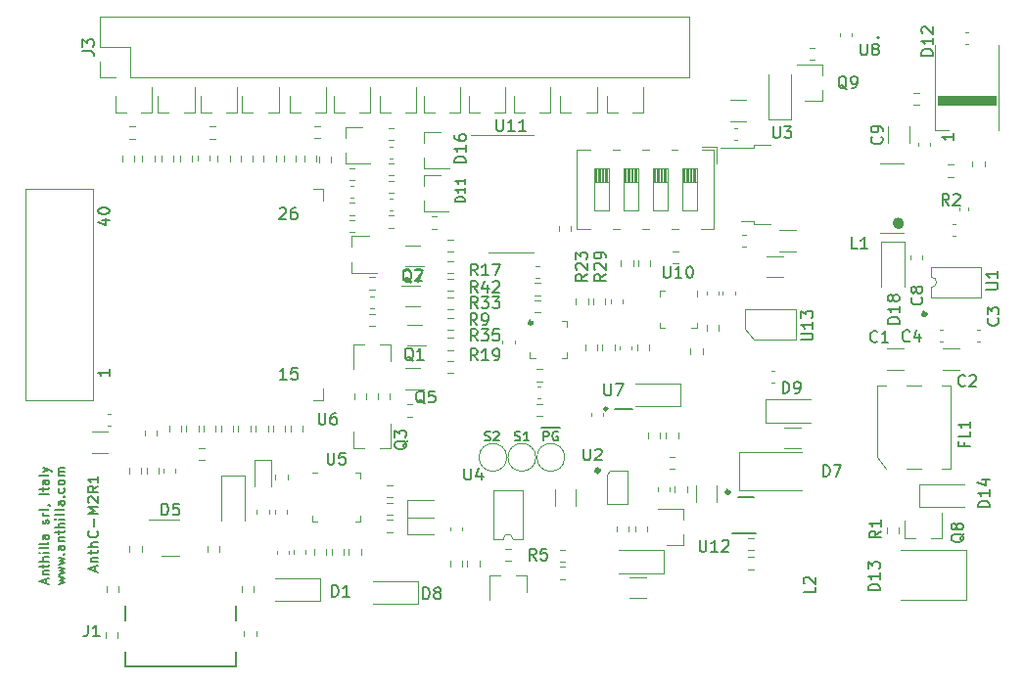
<source format=gbr>
G04 #@! TF.GenerationSoftware,KiCad,Pcbnew,(5.1.9)-1*
G04 #@! TF.CreationDate,2022-02-23T20:10:39+01:00*
G04 #@! TF.ProjectId,AnthC,416e7468-432e-46b6-9963-61645f706362,rev?*
G04 #@! TF.SameCoordinates,Original*
G04 #@! TF.FileFunction,Legend,Top*
G04 #@! TF.FilePolarity,Positive*
%FSLAX46Y46*%
G04 Gerber Fmt 4.6, Leading zero omitted, Abs format (unit mm)*
G04 Created by KiCad (PCBNEW (5.1.9)-1) date 2022-02-23 20:10:39*
%MOMM*%
%LPD*%
G01*
G04 APERTURE LIST*
%ADD10C,0.150000*%
%ADD11C,0.100000*%
%ADD12C,0.120000*%
%ADD13C,0.400000*%
%ADD14C,0.300000*%
%ADD15C,0.250000*%
%ADD16C,0.500000*%
%ADD17C,0.200000*%
G04 APERTURE END LIST*
D10*
X225200000Y-131429000D02*
X226000000Y-131429000D01*
X225390476Y-132561904D02*
X225390476Y-131761904D01*
X225695238Y-131761904D01*
X225771428Y-131800000D01*
X225809523Y-131838095D01*
X225847619Y-131914285D01*
X225847619Y-132028571D01*
X225809523Y-132104761D01*
X225771428Y-132142857D01*
X225695238Y-132180952D01*
X225390476Y-132180952D01*
X226000000Y-131429000D02*
X226800000Y-131429000D01*
X226609523Y-131800000D02*
X226533333Y-131761904D01*
X226419047Y-131761904D01*
X226304761Y-131800000D01*
X226228571Y-131876190D01*
X226190476Y-131952380D01*
X226152380Y-132104761D01*
X226152380Y-132219047D01*
X226190476Y-132371428D01*
X226228571Y-132447619D01*
X226304761Y-132523809D01*
X226419047Y-132561904D01*
X226495238Y-132561904D01*
X226609523Y-132523809D01*
X226647619Y-132485714D01*
X226647619Y-132219047D01*
X226495238Y-132219047D01*
X220290476Y-132523809D02*
X220404761Y-132561904D01*
X220595238Y-132561904D01*
X220671428Y-132523809D01*
X220709523Y-132485714D01*
X220747619Y-132409523D01*
X220747619Y-132333333D01*
X220709523Y-132257142D01*
X220671428Y-132219047D01*
X220595238Y-132180952D01*
X220442857Y-132142857D01*
X220366666Y-132104761D01*
X220328571Y-132066666D01*
X220290476Y-131990476D01*
X220290476Y-131914285D01*
X220328571Y-131838095D01*
X220366666Y-131800000D01*
X220442857Y-131761904D01*
X220633333Y-131761904D01*
X220747619Y-131800000D01*
X221052380Y-131838095D02*
X221090476Y-131800000D01*
X221166666Y-131761904D01*
X221357142Y-131761904D01*
X221433333Y-131800000D01*
X221471428Y-131838095D01*
X221509523Y-131914285D01*
X221509523Y-131990476D01*
X221471428Y-132104761D01*
X221014285Y-132561904D01*
X221509523Y-132561904D01*
X222890476Y-132523809D02*
X223004761Y-132561904D01*
X223195238Y-132561904D01*
X223271428Y-132523809D01*
X223309523Y-132485714D01*
X223347619Y-132409523D01*
X223347619Y-132333333D01*
X223309523Y-132257142D01*
X223271428Y-132219047D01*
X223195238Y-132180952D01*
X223042857Y-132142857D01*
X222966666Y-132104761D01*
X222928571Y-132066666D01*
X222890476Y-131990476D01*
X222890476Y-131914285D01*
X222928571Y-131838095D01*
X222966666Y-131800000D01*
X223042857Y-131761904D01*
X223233333Y-131761904D01*
X223347619Y-131800000D01*
X224109523Y-132561904D02*
X223652380Y-132561904D01*
X223880952Y-132561904D02*
X223880952Y-131761904D01*
X223804761Y-131876190D01*
X223728571Y-131952380D01*
X223652380Y-131990476D01*
X186600000Y-143864285D02*
X186600000Y-143435714D01*
X186857142Y-143950000D02*
X185957142Y-143650000D01*
X186857142Y-143350000D01*
X186257142Y-143050000D02*
X186857142Y-143050000D01*
X186342857Y-143050000D02*
X186300000Y-143007142D01*
X186257142Y-142921428D01*
X186257142Y-142792857D01*
X186300000Y-142707142D01*
X186385714Y-142664285D01*
X186857142Y-142664285D01*
X186257142Y-142364285D02*
X186257142Y-142021428D01*
X185957142Y-142235714D02*
X186728571Y-142235714D01*
X186814285Y-142192857D01*
X186857142Y-142107142D01*
X186857142Y-142021428D01*
X186857142Y-141721428D02*
X185957142Y-141721428D01*
X186857142Y-141335714D02*
X186385714Y-141335714D01*
X186300000Y-141378571D01*
X186257142Y-141464285D01*
X186257142Y-141592857D01*
X186300000Y-141678571D01*
X186342857Y-141721428D01*
X186771428Y-140392857D02*
X186814285Y-140435714D01*
X186857142Y-140564285D01*
X186857142Y-140650000D01*
X186814285Y-140778571D01*
X186728571Y-140864285D01*
X186642857Y-140907142D01*
X186471428Y-140950000D01*
X186342857Y-140950000D01*
X186171428Y-140907142D01*
X186085714Y-140864285D01*
X186000000Y-140778571D01*
X185957142Y-140650000D01*
X185957142Y-140564285D01*
X186000000Y-140435714D01*
X186042857Y-140392857D01*
X186514285Y-140007142D02*
X186514285Y-139321428D01*
X186857142Y-138892857D02*
X185957142Y-138892857D01*
X186600000Y-138592857D01*
X185957142Y-138292857D01*
X186857142Y-138292857D01*
X186042857Y-137907142D02*
X186000000Y-137864285D01*
X185957142Y-137778571D01*
X185957142Y-137564285D01*
X186000000Y-137478571D01*
X186042857Y-137435714D01*
X186128571Y-137392857D01*
X186214285Y-137392857D01*
X186342857Y-137435714D01*
X186857142Y-137950000D01*
X186857142Y-137392857D01*
X186857142Y-136492857D02*
X186428571Y-136792857D01*
X186857142Y-137007142D02*
X185957142Y-137007142D01*
X185957142Y-136664285D01*
X186000000Y-136578571D01*
X186042857Y-136535714D01*
X186128571Y-136492857D01*
X186257142Y-136492857D01*
X186342857Y-136535714D01*
X186385714Y-136578571D01*
X186428571Y-136664285D01*
X186428571Y-137007142D01*
X186857142Y-135635714D02*
X186857142Y-136150000D01*
X186857142Y-135892857D02*
X185957142Y-135892857D01*
X186085714Y-135978571D01*
X186171428Y-136064285D01*
X186214285Y-136150000D01*
X182358333Y-144890476D02*
X182358333Y-144509523D01*
X182586904Y-144966666D02*
X181786904Y-144700000D01*
X182586904Y-144433333D01*
X182053571Y-144166666D02*
X182586904Y-144166666D01*
X182129761Y-144166666D02*
X182091666Y-144128571D01*
X182053571Y-144052380D01*
X182053571Y-143938095D01*
X182091666Y-143861904D01*
X182167857Y-143823809D01*
X182586904Y-143823809D01*
X182053571Y-143557142D02*
X182053571Y-143252380D01*
X181786904Y-143442857D02*
X182472619Y-143442857D01*
X182548809Y-143404761D01*
X182586904Y-143328571D01*
X182586904Y-143252380D01*
X182586904Y-142985714D02*
X181786904Y-142985714D01*
X182586904Y-142642857D02*
X182167857Y-142642857D01*
X182091666Y-142680952D01*
X182053571Y-142757142D01*
X182053571Y-142871428D01*
X182091666Y-142947619D01*
X182129761Y-142985714D01*
X182586904Y-142261904D02*
X182053571Y-142261904D01*
X181786904Y-142261904D02*
X181825000Y-142300000D01*
X181863095Y-142261904D01*
X181825000Y-142223809D01*
X181786904Y-142261904D01*
X181863095Y-142261904D01*
X182586904Y-141766666D02*
X182548809Y-141842857D01*
X182472619Y-141880952D01*
X181786904Y-141880952D01*
X182586904Y-141347619D02*
X182548809Y-141423809D01*
X182472619Y-141461904D01*
X181786904Y-141461904D01*
X182586904Y-140700000D02*
X182167857Y-140700000D01*
X182091666Y-140738095D01*
X182053571Y-140814285D01*
X182053571Y-140966666D01*
X182091666Y-141042857D01*
X182548809Y-140700000D02*
X182586904Y-140776190D01*
X182586904Y-140966666D01*
X182548809Y-141042857D01*
X182472619Y-141080952D01*
X182396428Y-141080952D01*
X182320238Y-141042857D01*
X182282142Y-140966666D01*
X182282142Y-140776190D01*
X182244047Y-140700000D01*
X182548809Y-139747619D02*
X182586904Y-139671428D01*
X182586904Y-139519047D01*
X182548809Y-139442857D01*
X182472619Y-139404761D01*
X182434523Y-139404761D01*
X182358333Y-139442857D01*
X182320238Y-139519047D01*
X182320238Y-139633333D01*
X182282142Y-139709523D01*
X182205952Y-139747619D01*
X182167857Y-139747619D01*
X182091666Y-139709523D01*
X182053571Y-139633333D01*
X182053571Y-139519047D01*
X182091666Y-139442857D01*
X182586904Y-139061904D02*
X182053571Y-139061904D01*
X182205952Y-139061904D02*
X182129761Y-139023809D01*
X182091666Y-138985714D01*
X182053571Y-138909523D01*
X182053571Y-138833333D01*
X182586904Y-138452380D02*
X182548809Y-138528571D01*
X182472619Y-138566666D01*
X181786904Y-138566666D01*
X182548809Y-138109523D02*
X182586904Y-138109523D01*
X182663095Y-138147619D01*
X182701190Y-138185714D01*
X182586904Y-137157142D02*
X181786904Y-137157142D01*
X182053571Y-136890476D02*
X182053571Y-136585714D01*
X181786904Y-136776190D02*
X182472619Y-136776190D01*
X182548809Y-136738095D01*
X182586904Y-136661904D01*
X182586904Y-136585714D01*
X182586904Y-135976190D02*
X182167857Y-135976190D01*
X182091666Y-136014285D01*
X182053571Y-136090476D01*
X182053571Y-136242857D01*
X182091666Y-136319047D01*
X182548809Y-135976190D02*
X182586904Y-136052380D01*
X182586904Y-136242857D01*
X182548809Y-136319047D01*
X182472619Y-136357142D01*
X182396428Y-136357142D01*
X182320238Y-136319047D01*
X182282142Y-136242857D01*
X182282142Y-136052380D01*
X182244047Y-135976190D01*
X182586904Y-135480952D02*
X182548809Y-135557142D01*
X182472619Y-135595238D01*
X181786904Y-135595238D01*
X182053571Y-135252380D02*
X182586904Y-135061904D01*
X182053571Y-134871428D02*
X182586904Y-135061904D01*
X182777380Y-135138095D01*
X182815476Y-135176190D01*
X182853571Y-135252380D01*
X183403571Y-144947619D02*
X183936904Y-144795238D01*
X183555952Y-144642857D01*
X183936904Y-144490476D01*
X183403571Y-144338095D01*
X183403571Y-144109523D02*
X183936904Y-143957142D01*
X183555952Y-143804761D01*
X183936904Y-143652380D01*
X183403571Y-143500000D01*
X183403571Y-143271428D02*
X183936904Y-143119047D01*
X183555952Y-142966666D01*
X183936904Y-142814285D01*
X183403571Y-142661904D01*
X183860714Y-142357142D02*
X183898809Y-142319047D01*
X183936904Y-142357142D01*
X183898809Y-142395238D01*
X183860714Y-142357142D01*
X183936904Y-142357142D01*
X183936904Y-141633333D02*
X183517857Y-141633333D01*
X183441666Y-141671428D01*
X183403571Y-141747619D01*
X183403571Y-141900000D01*
X183441666Y-141976190D01*
X183898809Y-141633333D02*
X183936904Y-141709523D01*
X183936904Y-141900000D01*
X183898809Y-141976190D01*
X183822619Y-142014285D01*
X183746428Y-142014285D01*
X183670238Y-141976190D01*
X183632142Y-141900000D01*
X183632142Y-141709523D01*
X183594047Y-141633333D01*
X183403571Y-141252380D02*
X183936904Y-141252380D01*
X183479761Y-141252380D02*
X183441666Y-141214285D01*
X183403571Y-141138095D01*
X183403571Y-141023809D01*
X183441666Y-140947619D01*
X183517857Y-140909523D01*
X183936904Y-140909523D01*
X183403571Y-140642857D02*
X183403571Y-140338095D01*
X183136904Y-140528571D02*
X183822619Y-140528571D01*
X183898809Y-140490476D01*
X183936904Y-140414285D01*
X183936904Y-140338095D01*
X183936904Y-140071428D02*
X183136904Y-140071428D01*
X183936904Y-139728571D02*
X183517857Y-139728571D01*
X183441666Y-139766666D01*
X183403571Y-139842857D01*
X183403571Y-139957142D01*
X183441666Y-140033333D01*
X183479761Y-140071428D01*
X183936904Y-139347619D02*
X183403571Y-139347619D01*
X183136904Y-139347619D02*
X183175000Y-139385714D01*
X183213095Y-139347619D01*
X183175000Y-139309523D01*
X183136904Y-139347619D01*
X183213095Y-139347619D01*
X183936904Y-138852380D02*
X183898809Y-138928571D01*
X183822619Y-138966666D01*
X183136904Y-138966666D01*
X183936904Y-138433333D02*
X183898809Y-138509523D01*
X183822619Y-138547619D01*
X183136904Y-138547619D01*
X183936904Y-137785714D02*
X183517857Y-137785714D01*
X183441666Y-137823809D01*
X183403571Y-137900000D01*
X183403571Y-138052380D01*
X183441666Y-138128571D01*
X183898809Y-137785714D02*
X183936904Y-137861904D01*
X183936904Y-138052380D01*
X183898809Y-138128571D01*
X183822619Y-138166666D01*
X183746428Y-138166666D01*
X183670238Y-138128571D01*
X183632142Y-138052380D01*
X183632142Y-137861904D01*
X183594047Y-137785714D01*
X183860714Y-137404761D02*
X183898809Y-137366666D01*
X183936904Y-137404761D01*
X183898809Y-137442857D01*
X183860714Y-137404761D01*
X183936904Y-137404761D01*
X183898809Y-136680952D02*
X183936904Y-136757142D01*
X183936904Y-136909523D01*
X183898809Y-136985714D01*
X183860714Y-137023809D01*
X183784523Y-137061904D01*
X183555952Y-137061904D01*
X183479761Y-137023809D01*
X183441666Y-136985714D01*
X183403571Y-136909523D01*
X183403571Y-136757142D01*
X183441666Y-136680952D01*
X183936904Y-136223809D02*
X183898809Y-136300000D01*
X183860714Y-136338095D01*
X183784523Y-136376190D01*
X183555952Y-136376190D01*
X183479761Y-136338095D01*
X183441666Y-136300000D01*
X183403571Y-136223809D01*
X183403571Y-136109523D01*
X183441666Y-136033333D01*
X183479761Y-135995238D01*
X183555952Y-135957142D01*
X183784523Y-135957142D01*
X183860714Y-135995238D01*
X183898809Y-136033333D01*
X183936904Y-136109523D01*
X183936904Y-136223809D01*
X183936904Y-135614285D02*
X183403571Y-135614285D01*
X183479761Y-135614285D02*
X183441666Y-135576190D01*
X183403571Y-135500000D01*
X183403571Y-135385714D01*
X183441666Y-135309523D01*
X183517857Y-135271428D01*
X183936904Y-135271428D01*
X183517857Y-135271428D02*
X183441666Y-135233333D01*
X183403571Y-135157142D01*
X183403571Y-135042857D01*
X183441666Y-134966666D01*
X183517857Y-134928571D01*
X183936904Y-134928571D01*
D11*
G04 #@! TO.C,D12*
G36*
X259500000Y-103500000D02*
G01*
X259500000Y-102700000D01*
X264500000Y-102700000D01*
X264500000Y-103500000D01*
X259500000Y-103500000D01*
G37*
X259500000Y-103500000D02*
X259500000Y-102700000D01*
X264500000Y-102700000D01*
X264500000Y-103500000D01*
X259500000Y-103500000D01*
D12*
X264750000Y-98350000D02*
X264750000Y-105650000D01*
X259250000Y-98350000D02*
X259250000Y-105650000D01*
X259250000Y-105650000D02*
X260400000Y-105650000D01*
G04 #@! TO.C,D21*
X211220000Y-104160000D02*
X211220000Y-102700000D01*
X214380000Y-104160000D02*
X214380000Y-102000000D01*
X214380000Y-104160000D02*
X213450000Y-104160000D01*
X211220000Y-104160000D02*
X212150000Y-104160000D01*
G04 #@! TO.C,D32*
X192020000Y-104160000D02*
X192020000Y-102700000D01*
X195180000Y-104160000D02*
X195180000Y-102000000D01*
X195180000Y-104160000D02*
X194250000Y-104160000D01*
X192020000Y-104160000D02*
X192950000Y-104160000D01*
G04 #@! TO.C,D33*
X195720000Y-104160000D02*
X195720000Y-102700000D01*
X198880000Y-104160000D02*
X198880000Y-102000000D01*
X198880000Y-104160000D02*
X197950000Y-104160000D01*
X195720000Y-104160000D02*
X196650000Y-104160000D01*
G04 #@! TO.C,D17*
X207220000Y-104160000D02*
X207220000Y-102700000D01*
X210380000Y-104160000D02*
X210380000Y-102000000D01*
X210380000Y-104160000D02*
X209450000Y-104160000D01*
X207220000Y-104160000D02*
X208150000Y-104160000D01*
G04 #@! TO.C,D15*
X199320000Y-104160000D02*
X199320000Y-102700000D01*
X202480000Y-104160000D02*
X202480000Y-102000000D01*
X202480000Y-104160000D02*
X201550000Y-104160000D01*
X199320000Y-104160000D02*
X200250000Y-104160000D01*
G04 #@! TO.C,D30*
X223880000Y-144190000D02*
X223880000Y-145650000D01*
X220720000Y-144190000D02*
X220720000Y-146350000D01*
X220720000Y-144190000D02*
X221650000Y-144190000D01*
X223880000Y-144190000D02*
X222950000Y-144190000D01*
G04 #@! TO.C,D29*
X230820000Y-104160000D02*
X230820000Y-102700000D01*
X233980000Y-104160000D02*
X233980000Y-102000000D01*
X233980000Y-104160000D02*
X233050000Y-104160000D01*
X230820000Y-104160000D02*
X231750000Y-104160000D01*
G04 #@! TO.C,D28*
X222820000Y-104160000D02*
X222820000Y-102700000D01*
X225980000Y-104160000D02*
X225980000Y-102000000D01*
X225980000Y-104160000D02*
X225050000Y-104160000D01*
X222820000Y-104160000D02*
X223750000Y-104160000D01*
G04 #@! TO.C,D27*
X215020000Y-104160000D02*
X215020000Y-102700000D01*
X218180000Y-104160000D02*
X218180000Y-102000000D01*
X218180000Y-104160000D02*
X217250000Y-104160000D01*
X215020000Y-104160000D02*
X215950000Y-104160000D01*
G04 #@! TO.C,D26*
X203420000Y-104160000D02*
X203420000Y-102700000D01*
X206580000Y-104160000D02*
X206580000Y-102000000D01*
X206580000Y-104160000D02*
X205650000Y-104160000D01*
X203420000Y-104160000D02*
X204350000Y-104160000D01*
G04 #@! TO.C,D25*
X226820000Y-104160000D02*
X226820000Y-102700000D01*
X229980000Y-104160000D02*
X229980000Y-102000000D01*
X229980000Y-104160000D02*
X229050000Y-104160000D01*
X226820000Y-104160000D02*
X227750000Y-104160000D01*
G04 #@! TO.C,D22*
X218920000Y-104160000D02*
X218920000Y-102700000D01*
X222080000Y-104160000D02*
X222080000Y-102000000D01*
X222080000Y-104160000D02*
X221150000Y-104160000D01*
X218920000Y-104160000D02*
X219850000Y-104160000D01*
G04 #@! TO.C,D2*
X188320000Y-104160000D02*
X188320000Y-102700000D01*
X191480000Y-104160000D02*
X191480000Y-102000000D01*
X191480000Y-104160000D02*
X190550000Y-104160000D01*
X188320000Y-104160000D02*
X189250000Y-104160000D01*
G04 #@! TO.C,U2*
X232675000Y-135250000D02*
X232675000Y-138050000D01*
X232675000Y-138050000D02*
X230825000Y-138050000D01*
X230825000Y-138050000D02*
X230825000Y-135450000D01*
X231425000Y-135150000D02*
X232675000Y-135150000D01*
X232675000Y-135150000D02*
X232675000Y-135250000D01*
X230825000Y-135450000D02*
X231125000Y-135150000D01*
X231125000Y-135150000D02*
X231425000Y-135150000D01*
D13*
X230150000Y-135150000D02*
G75*
G03*
X230150000Y-135150000I-100000J0D01*
G01*
D12*
G04 #@! TO.C,Q7*
X213050000Y-119150000D02*
X214700000Y-119150000D01*
X214700000Y-120950000D02*
X213400000Y-120950000D01*
G04 #@! TO.C,Q5*
X215050000Y-128100000D02*
X213400000Y-128100000D01*
X213400000Y-126300000D02*
X214700000Y-126300000D01*
G04 #@! TO.C,Q2*
X215050000Y-117450000D02*
X213400000Y-117450000D01*
X213400000Y-115650000D02*
X214700000Y-115650000D01*
G04 #@! TO.C,Q1*
X215200000Y-124300000D02*
X213550000Y-124300000D01*
X213550000Y-122500000D02*
X214850000Y-122500000D01*
G04 #@! TO.C,U10*
X238610000Y-122360000D02*
X238610000Y-122810000D01*
X238610000Y-122810000D02*
X238160000Y-122810000D01*
X235390000Y-120040000D02*
X235390000Y-119590000D01*
X235390000Y-119590000D02*
X235840000Y-119590000D01*
X235390000Y-122360000D02*
X235390000Y-122810000D01*
X235390000Y-122810000D02*
X235840000Y-122810000D01*
X238610000Y-120040000D02*
X238610000Y-119590000D01*
G04 #@! TO.C,R83*
X240522500Y-123037258D02*
X240522500Y-122562742D01*
X239477500Y-123037258D02*
X239477500Y-122562742D01*
G04 #@! TO.C,U6*
X186400000Y-110780000D02*
X186400000Y-129020000D01*
X180535000Y-129020000D02*
X186400000Y-129020000D01*
X180535000Y-110780000D02*
X186400000Y-110780000D01*
X180535000Y-129020000D02*
X180535000Y-110780000D01*
X206280000Y-110780000D02*
X206280000Y-111780000D01*
X205500000Y-110780000D02*
X206280000Y-110780000D01*
X206280000Y-129020000D02*
X206280000Y-128020000D01*
X205500000Y-129020000D02*
X206280000Y-129020000D01*
G04 #@! TO.C,C9*
X255190000Y-106811252D02*
X255190000Y-105388748D01*
X257010000Y-106811252D02*
X257010000Y-105388748D01*
G04 #@! TO.C,R30*
X236737258Y-135022500D02*
X236262742Y-135022500D01*
X236737258Y-133977500D02*
X236262742Y-133977500D01*
G04 #@! TO.C,C20*
X242140580Y-106510000D02*
X241859420Y-106510000D01*
X242140580Y-105490000D02*
X241859420Y-105490000D01*
G04 #@! TO.C,U3*
X245030000Y-106950000D02*
X243530000Y-106950000D01*
X243530000Y-106950000D02*
X243530000Y-107220000D01*
X243530000Y-107220000D02*
X240700000Y-107220000D01*
X245030000Y-113850000D02*
X243530000Y-113850000D01*
X243530000Y-113850000D02*
X243530000Y-113580000D01*
X243530000Y-113580000D02*
X242430000Y-113580000D01*
G04 #@! TO.C,Q6*
X237460000Y-141580000D02*
X237460000Y-140650000D01*
X237460000Y-138420000D02*
X237460000Y-139350000D01*
X237460000Y-138420000D02*
X235300000Y-138420000D01*
X237460000Y-141580000D02*
X236000000Y-141580000D01*
D14*
G04 #@! TO.C,U12*
X241450000Y-137000000D02*
G75*
G03*
X241450000Y-137000000I-150000J0D01*
G01*
D10*
X242200000Y-137400000D02*
X243600000Y-137400000D01*
X241675000Y-140550000D02*
X243725000Y-140550000D01*
D12*
G04 #@! TO.C,R37*
X243062742Y-142022500D02*
X243537258Y-142022500D01*
X243062742Y-140977500D02*
X243537258Y-140977500D01*
G04 #@! TO.C,D7*
X242300000Y-133550000D02*
X242300000Y-136850000D01*
X242300000Y-136850000D02*
X247700000Y-136850000D01*
X242300000Y-133550000D02*
X247700000Y-133550000D01*
G04 #@! TO.C,Q4*
X212130000Y-124190000D02*
X211200000Y-124190000D01*
X208970000Y-124190000D02*
X209900000Y-124190000D01*
X208970000Y-124190000D02*
X208970000Y-126350000D01*
X212130000Y-124190000D02*
X212130000Y-125650000D01*
G04 #@! TO.C,Q3*
X208970000Y-133210000D02*
X209900000Y-133210000D01*
X212130000Y-133210000D02*
X211200000Y-133210000D01*
X212130000Y-133210000D02*
X212130000Y-131050000D01*
X208970000Y-133210000D02*
X208970000Y-131750000D01*
G04 #@! TO.C,J3*
X187042600Y-101102300D02*
X187042600Y-99772300D01*
X188372600Y-101102300D02*
X187042600Y-101102300D01*
X187042600Y-98502300D02*
X187042600Y-95902300D01*
X189642600Y-98502300D02*
X187042600Y-98502300D01*
X189642600Y-101102300D02*
X189642600Y-98502300D01*
X187042600Y-95902300D02*
X237962600Y-95902300D01*
X189642600Y-101102300D02*
X237962600Y-101102300D01*
X237962600Y-101102300D02*
X237962600Y-95902300D01*
G04 #@! TO.C,C43*
X238540000Y-137861252D02*
X238540000Y-136438748D01*
X240360000Y-137861252D02*
X240360000Y-136438748D01*
G04 #@! TO.C,U11*
X222550000Y-106140000D02*
X219100000Y-106140000D01*
X222550000Y-106140000D02*
X224500000Y-106140000D01*
X222550000Y-116260000D02*
X220600000Y-116260000D01*
X222550000Y-116260000D02*
X224500000Y-116260000D01*
G04 #@! TO.C,D5*
X193100000Y-139390000D02*
X191250000Y-139390000D01*
X193100000Y-139390000D02*
X193850000Y-139390000D01*
X193100000Y-142510000D02*
X192350000Y-142510000D01*
X193100000Y-142510000D02*
X193850000Y-142510000D01*
G04 #@! TO.C,R33*
X217062742Y-121222500D02*
X217537258Y-121222500D01*
X217062742Y-120177500D02*
X217537258Y-120177500D01*
G04 #@! TO.C,R6*
X203222500Y-135462742D02*
X203222500Y-135937258D01*
X202177500Y-135462742D02*
X202177500Y-135937258D01*
G04 #@! TO.C,TP3*
X224700000Y-134000000D02*
G75*
G03*
X224700000Y-134000000I-1200000J0D01*
G01*
G04 #@! TO.C,TP2*
X222200000Y-134000000D02*
G75*
G03*
X222200000Y-134000000I-1200000J0D01*
G01*
G04 #@! TO.C,TP1*
X227200000Y-134000000D02*
G75*
G03*
X227200000Y-134000000I-1200000J0D01*
G01*
G04 #@! TO.C,TH1*
X234322500Y-139962742D02*
X234322500Y-140437258D01*
X233277500Y-139962742D02*
X233277500Y-140437258D01*
G04 #@! TO.C,R12*
X232722500Y-139962742D02*
X232722500Y-140437258D01*
X231677500Y-139962742D02*
X231677500Y-140437258D01*
G04 #@! TO.C,C42*
X241910000Y-119940580D02*
X241910000Y-119659420D01*
X240890000Y-119940580D02*
X240890000Y-119659420D01*
G04 #@! TO.C,C39*
X203790000Y-142034420D02*
X203790000Y-142315580D01*
X204810000Y-142034420D02*
X204810000Y-142315580D01*
G04 #@! TO.C,C19*
X201610000Y-138840580D02*
X201610000Y-138559420D01*
X200590000Y-138840580D02*
X200590000Y-138559420D01*
D10*
G04 #@! TO.C,U8*
X254370711Y-97700000D02*
G75*
G03*
X254370711Y-97700000I-70711J0D01*
G01*
G04 #@! TO.C,U7*
X233050000Y-129825000D02*
X231550000Y-129825000D01*
D15*
X230875000Y-129800000D02*
G75*
G03*
X230875000Y-129800000I-125000J0D01*
G01*
D12*
G04 #@! TO.C,U5*
X209085000Y-135340000D02*
X209560000Y-135340000D01*
X209560000Y-135340000D02*
X209560000Y-135815000D01*
X205815000Y-139560000D02*
X205340000Y-139560000D01*
X205340000Y-139560000D02*
X205340000Y-139085000D01*
X209085000Y-139560000D02*
X209560000Y-139560000D01*
X209560000Y-139560000D02*
X209560000Y-139085000D01*
X205815000Y-135340000D02*
X205340000Y-135340000D01*
G04 #@! TO.C,R92*
X211812742Y-136427500D02*
X212287258Y-136427500D01*
X211812742Y-137472500D02*
X212287258Y-137472500D01*
G04 #@! TO.C,R91*
X237022500Y-131862742D02*
X237022500Y-132337258D01*
X235977500Y-131862742D02*
X235977500Y-132337258D01*
G04 #@! TO.C,R90*
X235422500Y-131862742D02*
X235422500Y-132337258D01*
X234377500Y-131862742D02*
X234377500Y-132337258D01*
G04 #@! TO.C,R65*
X218322500Y-142962742D02*
X218322500Y-143437258D01*
X217277500Y-142962742D02*
X217277500Y-143437258D01*
G04 #@! TO.C,R64*
X219822500Y-142962742D02*
X219822500Y-143437258D01*
X218777500Y-142962742D02*
X218777500Y-143437258D01*
G04 #@! TO.C,R7*
X191027500Y-135387258D02*
X191027500Y-134912742D01*
X192072500Y-135387258D02*
X192072500Y-134912742D01*
G04 #@! TO.C,D34*
X201835000Y-136500000D02*
X201835000Y-134215000D01*
X201835000Y-134215000D02*
X200365000Y-134215000D01*
X200365000Y-134215000D02*
X200365000Y-136500000D01*
G04 #@! TO.C,C40*
X193560000Y-135009420D02*
X193560000Y-135290580D01*
X192540000Y-135009420D02*
X192540000Y-135290580D01*
G04 #@! TO.C,C31*
X203310000Y-142059420D02*
X203310000Y-142340580D01*
X202290000Y-142059420D02*
X202290000Y-142340580D01*
G04 #@! TO.C,C16*
X228160000Y-136788748D02*
X228160000Y-138211252D01*
X226340000Y-136788748D02*
X226340000Y-138211252D01*
G04 #@! TO.C,U1*
X263200000Y-120200000D02*
X263200000Y-117500000D01*
X263200000Y-117500000D02*
X258900000Y-117500000D01*
X258900000Y-120200000D02*
X258900000Y-119300000D01*
X263200000Y-120200000D02*
X258900000Y-120200000D01*
X258900000Y-118400000D02*
X258900000Y-117500000D01*
D14*
X258450000Y-121600000D02*
G75*
G03*
X258450000Y-121600000I-150000J0D01*
G01*
D12*
X258900000Y-118400000D02*
G75*
G02*
X258900000Y-119300000I0J-450000D01*
G01*
G04 #@! TO.C,R20*
X190622500Y-142137258D02*
X190622500Y-141662742D01*
X189577500Y-142137258D02*
X189577500Y-141662742D01*
G04 #@! TO.C,U4*
X223600000Y-141050000D02*
X222700000Y-141050000D01*
X221000000Y-141050000D02*
X221000000Y-136850000D01*
X221000000Y-136850000D02*
X223600000Y-136850000D01*
X223600000Y-136850000D02*
X223600000Y-141050000D01*
X221900000Y-141050000D02*
X221000000Y-141050000D01*
X221900000Y-141050000D02*
G75*
G02*
X222700000Y-141050000I400000J0D01*
G01*
G04 #@! TO.C,U13*
X242800000Y-122900000D02*
X242800000Y-121200000D01*
X242800000Y-121200000D02*
X247200000Y-121200000D01*
X247200000Y-121200000D02*
X247200000Y-123800000D01*
X247200000Y-123800000D02*
X243600000Y-123800000D01*
X243600000Y-123800000D02*
X242800000Y-122900000D01*
G04 #@! TO.C,U9*
X226935000Y-122190000D02*
X227410000Y-122190000D01*
X227410000Y-122190000D02*
X227410000Y-122665000D01*
X224665000Y-125410000D02*
X224190000Y-125410000D01*
X224190000Y-125410000D02*
X224190000Y-124935000D01*
X226935000Y-125410000D02*
X227410000Y-125410000D01*
X227410000Y-125410000D02*
X227410000Y-124935000D01*
D14*
X224391421Y-122350000D02*
G75*
G03*
X224391421Y-122350000I-141421J0D01*
G01*
D12*
G04 #@! TO.C,SW1*
X240110000Y-107400000D02*
X240110000Y-114221000D01*
X228270000Y-107400000D02*
X228270000Y-114221000D01*
X240110000Y-107400000D02*
X239040000Y-107400000D01*
X236960000Y-107400000D02*
X236449000Y-107400000D01*
X234470000Y-107400000D02*
X233909000Y-107400000D01*
X231930000Y-107400000D02*
X231369000Y-107400000D01*
X229390000Y-107400000D02*
X228270000Y-107400000D01*
X229390000Y-114221000D02*
X228270000Y-114221000D01*
X231930000Y-114221000D02*
X231369000Y-114221000D01*
X234470000Y-114221000D02*
X233909000Y-114221000D01*
X240110000Y-114221000D02*
X238990000Y-114221000D01*
X237010000Y-114221000D02*
X236449000Y-114221000D01*
X240350000Y-107160000D02*
X240350000Y-108543000D01*
X240350000Y-107160000D02*
X239040000Y-107160000D01*
X238635000Y-109000000D02*
X237365000Y-109000000D01*
X237365000Y-109000000D02*
X237365000Y-112620000D01*
X237365000Y-112620000D02*
X238635000Y-112620000D01*
X238635000Y-112620000D02*
X238635000Y-109000000D01*
X238515000Y-109000000D02*
X238515000Y-110206667D01*
X238395000Y-109000000D02*
X238395000Y-110206667D01*
X238275000Y-109000000D02*
X238275000Y-110206667D01*
X238155000Y-109000000D02*
X238155000Y-110206667D01*
X238035000Y-109000000D02*
X238035000Y-110206667D01*
X237915000Y-109000000D02*
X237915000Y-110206667D01*
X237795000Y-109000000D02*
X237795000Y-110206667D01*
X237675000Y-109000000D02*
X237675000Y-110206667D01*
X237555000Y-109000000D02*
X237555000Y-110206667D01*
X237435000Y-109000000D02*
X237435000Y-110206667D01*
X238635000Y-110206667D02*
X237365000Y-110206667D01*
X236095000Y-109000000D02*
X234825000Y-109000000D01*
X234825000Y-109000000D02*
X234825000Y-112620000D01*
X234825000Y-112620000D02*
X236095000Y-112620000D01*
X236095000Y-112620000D02*
X236095000Y-109000000D01*
X235975000Y-109000000D02*
X235975000Y-110206667D01*
X235855000Y-109000000D02*
X235855000Y-110206667D01*
X235735000Y-109000000D02*
X235735000Y-110206667D01*
X235615000Y-109000000D02*
X235615000Y-110206667D01*
X235495000Y-109000000D02*
X235495000Y-110206667D01*
X235375000Y-109000000D02*
X235375000Y-110206667D01*
X235255000Y-109000000D02*
X235255000Y-110206667D01*
X235135000Y-109000000D02*
X235135000Y-110206667D01*
X235015000Y-109000000D02*
X235015000Y-110206667D01*
X234895000Y-109000000D02*
X234895000Y-110206667D01*
X236095000Y-110206667D02*
X234825000Y-110206667D01*
X233555000Y-109000000D02*
X232285000Y-109000000D01*
X232285000Y-109000000D02*
X232285000Y-112620000D01*
X232285000Y-112620000D02*
X233555000Y-112620000D01*
X233555000Y-112620000D02*
X233555000Y-109000000D01*
X233435000Y-109000000D02*
X233435000Y-110206667D01*
X233315000Y-109000000D02*
X233315000Y-110206667D01*
X233195000Y-109000000D02*
X233195000Y-110206667D01*
X233075000Y-109000000D02*
X233075000Y-110206667D01*
X232955000Y-109000000D02*
X232955000Y-110206667D01*
X232835000Y-109000000D02*
X232835000Y-110206667D01*
X232715000Y-109000000D02*
X232715000Y-110206667D01*
X232595000Y-109000000D02*
X232595000Y-110206667D01*
X232475000Y-109000000D02*
X232475000Y-110206667D01*
X232355000Y-109000000D02*
X232355000Y-110206667D01*
X233555000Y-110206667D02*
X232285000Y-110206667D01*
X231015000Y-109000000D02*
X229745000Y-109000000D01*
X229745000Y-109000000D02*
X229745000Y-112620000D01*
X229745000Y-112620000D02*
X231015000Y-112620000D01*
X231015000Y-112620000D02*
X231015000Y-109000000D01*
X230895000Y-109000000D02*
X230895000Y-110206667D01*
X230775000Y-109000000D02*
X230775000Y-110206667D01*
X230655000Y-109000000D02*
X230655000Y-110206667D01*
X230535000Y-109000000D02*
X230535000Y-110206667D01*
X230415000Y-109000000D02*
X230415000Y-110206667D01*
X230295000Y-109000000D02*
X230295000Y-110206667D01*
X230175000Y-109000000D02*
X230175000Y-110206667D01*
X230055000Y-109000000D02*
X230055000Y-110206667D01*
X229935000Y-109000000D02*
X229935000Y-110206667D01*
X229815000Y-109000000D02*
X229815000Y-110206667D01*
X231015000Y-110206667D02*
X229745000Y-110206667D01*
G04 #@! TO.C,R27*
X224612742Y-119972500D02*
X225087258Y-119972500D01*
X224612742Y-118927500D02*
X225087258Y-118927500D01*
G04 #@! TO.C,C41*
X246188748Y-133210000D02*
X247611252Y-133210000D01*
X246188748Y-131390000D02*
X247611252Y-131390000D01*
G04 #@! TO.C,R66*
X208562742Y-113022500D02*
X209037258Y-113022500D01*
X208562742Y-111977500D02*
X209037258Y-111977500D01*
G04 #@! TO.C,D16*
X215040000Y-105820000D02*
X216500000Y-105820000D01*
X215040000Y-108980000D02*
X217200000Y-108980000D01*
X215040000Y-108980000D02*
X215040000Y-108050000D01*
X215040000Y-105820000D02*
X215040000Y-106750000D01*
G04 #@! TO.C,D31*
X235750000Y-144000000D02*
X235750000Y-142000000D01*
X235750000Y-142000000D02*
X231850000Y-142000000D01*
X235750000Y-144000000D02*
X231850000Y-144000000D01*
D16*
G04 #@! TO.C,L1*
X256310555Y-113750000D02*
G75*
G03*
X256310555Y-113750000I-250000J0D01*
G01*
D12*
X256500000Y-114600000D02*
X254500000Y-114600000D01*
X254500000Y-108600000D02*
X256500000Y-108600000D01*
G04 #@! TO.C,C1*
X256511252Y-126410000D02*
X255088748Y-126410000D01*
X256511252Y-124590000D02*
X255088748Y-124590000D01*
G04 #@! TO.C,C29*
X245059420Y-127510000D02*
X245340580Y-127510000D01*
X245059420Y-126490000D02*
X245340580Y-126490000D01*
G04 #@! TO.C,R19*
X217537258Y-125677500D02*
X217062742Y-125677500D01*
X217537258Y-126722500D02*
X217062742Y-126722500D01*
G04 #@! TO.C,R63*
X207027500Y-141962742D02*
X207027500Y-142437258D01*
X208072500Y-141962742D02*
X208072500Y-142437258D01*
G04 #@! TO.C,R52*
X212437258Y-113077500D02*
X211962742Y-113077500D01*
X212437258Y-114122500D02*
X211962742Y-114122500D01*
G04 #@! TO.C,R51*
X212437258Y-109622500D02*
X211962742Y-109622500D01*
X212437258Y-108577500D02*
X211962742Y-108577500D01*
G04 #@! TO.C,R50*
X210787258Y-118427500D02*
X210312742Y-118427500D01*
X210787258Y-119472500D02*
X210312742Y-119472500D01*
G04 #@! TO.C,R49*
X208562742Y-110022500D02*
X209037258Y-110022500D01*
X208562742Y-108977500D02*
X209037258Y-108977500D01*
G04 #@! TO.C,R47*
X206572500Y-142437258D02*
X206572500Y-141962742D01*
X205527500Y-142437258D02*
X205527500Y-141962742D01*
G04 #@! TO.C,R46*
X211962742Y-105477500D02*
X212437258Y-105477500D01*
X211962742Y-106522500D02*
X212437258Y-106522500D01*
G04 #@! TO.C,R45*
X211962742Y-111122500D02*
X212437258Y-111122500D01*
X211962742Y-110077500D02*
X212437258Y-110077500D01*
G04 #@! TO.C,R44*
X210312742Y-122622500D02*
X210787258Y-122622500D01*
X210312742Y-121577500D02*
X210787258Y-121577500D01*
G04 #@! TO.C,R43*
X209572500Y-142437258D02*
X209572500Y-141962742D01*
X208527500Y-142437258D02*
X208527500Y-141962742D01*
G04 #@! TO.C,R40*
X206037258Y-105327500D02*
X205562742Y-105327500D01*
X206037258Y-106372500D02*
X205562742Y-106372500D01*
G04 #@! TO.C,R39*
X227237258Y-143477500D02*
X226762742Y-143477500D01*
X227237258Y-144522500D02*
X226762742Y-144522500D01*
G04 #@! TO.C,R38*
X226762742Y-143022500D02*
X227237258Y-143022500D01*
X226762742Y-141977500D02*
X227237258Y-141977500D01*
G04 #@! TO.C,R36*
X243537258Y-142627500D02*
X243062742Y-142627500D01*
X243537258Y-143672500D02*
X243062742Y-143672500D01*
G04 #@! TO.C,R35*
X217537258Y-123677500D02*
X217062742Y-123677500D01*
X217537258Y-124722500D02*
X217062742Y-124722500D01*
G04 #@! TO.C,R32*
X225237258Y-129377500D02*
X224762742Y-129377500D01*
X225237258Y-130422500D02*
X224762742Y-130422500D01*
G04 #@! TO.C,R29*
X229677500Y-120262742D02*
X229677500Y-120737258D01*
X230722500Y-120262742D02*
X230722500Y-120737258D01*
G04 #@! TO.C,R24*
X231522500Y-124737258D02*
X231522500Y-124262742D01*
X230477500Y-124737258D02*
X230477500Y-124262742D01*
G04 #@! TO.C,R23*
X229222500Y-120737258D02*
X229222500Y-120262742D01*
X228177500Y-120737258D02*
X228177500Y-120262742D01*
G04 #@! TO.C,R22*
X230022500Y-124737258D02*
X230022500Y-124262742D01*
X228977500Y-124737258D02*
X228977500Y-124262742D01*
G04 #@! TO.C,R21*
X210072500Y-128937258D02*
X210072500Y-128462742D01*
X209027500Y-128937258D02*
X209027500Y-128462742D01*
G04 #@! TO.C,R18*
X211027500Y-128462742D02*
X211027500Y-128937258D01*
X212072500Y-128462742D02*
X212072500Y-128937258D01*
G04 #@! TO.C,R16*
X189562742Y-106422500D02*
X190037258Y-106422500D01*
X189562742Y-105377500D02*
X190037258Y-105377500D01*
G04 #@! TO.C,R14*
X196987258Y-105377500D02*
X196512742Y-105377500D01*
X196987258Y-106422500D02*
X196512742Y-106422500D01*
G04 #@! TO.C,R13*
X224612742Y-121472500D02*
X225087258Y-121472500D01*
X224612742Y-120427500D02*
X225087258Y-120427500D01*
G04 #@! TO.C,R11*
X237772500Y-136987258D02*
X237772500Y-136512742D01*
X236727500Y-136987258D02*
X236727500Y-136512742D01*
G04 #@! TO.C,R10*
X225237258Y-126377500D02*
X224762742Y-126377500D01*
X225237258Y-127422500D02*
X224762742Y-127422500D01*
G04 #@! TO.C,R9*
X217537258Y-121927500D02*
X217062742Y-121927500D01*
X217537258Y-122972500D02*
X217062742Y-122972500D01*
G04 #@! TO.C,R5*
X222537258Y-141927500D02*
X222062742Y-141927500D01*
X222537258Y-142972500D02*
X222062742Y-142972500D01*
G04 #@! TO.C,C38*
X212340580Y-111590000D02*
X212059420Y-111590000D01*
X212340580Y-112610000D02*
X212059420Y-112610000D01*
G04 #@! TO.C,C37*
X212340580Y-108110000D02*
X212059420Y-108110000D01*
X212340580Y-107090000D02*
X212059420Y-107090000D01*
G04 #@! TO.C,C36*
X210690580Y-120090000D02*
X210409420Y-120090000D01*
X210690580Y-121110000D02*
X210409420Y-121110000D01*
G04 #@! TO.C,C35*
X208659420Y-111510000D02*
X208940580Y-111510000D01*
X208659420Y-110490000D02*
X208940580Y-110490000D01*
G04 #@! TO.C,C34*
X230510000Y-130440580D02*
X230510000Y-130159420D01*
X229490000Y-130440580D02*
X229490000Y-130159420D01*
G04 #@! TO.C,C33*
X261859420Y-98260000D02*
X262140580Y-98260000D01*
X261859420Y-97240000D02*
X262140580Y-97240000D01*
G04 #@! TO.C,C32*
X251040000Y-97309420D02*
X251040000Y-97590580D01*
X252060000Y-97309420D02*
X252060000Y-97590580D01*
G04 #@! TO.C,C30*
X187711252Y-131790000D02*
X186288748Y-131790000D01*
X187711252Y-133610000D02*
X186288748Y-133610000D01*
G04 #@! TO.C,C23*
X221840000Y-123859420D02*
X221840000Y-124140580D01*
X222860000Y-123859420D02*
X222860000Y-124140580D01*
G04 #@! TO.C,C18*
X234211252Y-144340000D02*
X232788748Y-144340000D01*
X234211252Y-146160000D02*
X232788748Y-146160000D01*
G04 #@! TO.C,C17*
X235240000Y-136609420D02*
X235240000Y-136890580D01*
X236260000Y-136609420D02*
X236260000Y-136890580D01*
G04 #@! TO.C,C15*
X240510000Y-119940580D02*
X240510000Y-119659420D01*
X239490000Y-119940580D02*
X239490000Y-119659420D01*
G04 #@! TO.C,C14*
X187940580Y-130240000D02*
X187659420Y-130240000D01*
X187940580Y-131260000D02*
X187659420Y-131260000D01*
G04 #@! TO.C,C13*
X218310000Y-140340580D02*
X218310000Y-140059420D01*
X217290000Y-140340580D02*
X217290000Y-140059420D01*
G04 #@! TO.C,R89*
X188622500Y-145162742D02*
X188622500Y-145637258D01*
X187577500Y-145162742D02*
X187577500Y-145637258D01*
G04 #@! TO.C,R88*
X200522500Y-149012742D02*
X200522500Y-149487258D01*
X199477500Y-149012742D02*
X199477500Y-149487258D01*
G04 #@! TO.C,R87*
X248362742Y-98577500D02*
X248837258Y-98577500D01*
X248362742Y-99622500D02*
X248837258Y-99622500D01*
G04 #@! TO.C,R86*
X260362742Y-108677500D02*
X260837258Y-108677500D01*
X260362742Y-109722500D02*
X260837258Y-109722500D01*
G04 #@! TO.C,R85*
X211812742Y-137927500D02*
X212287258Y-137927500D01*
X211812742Y-138972500D02*
X212287258Y-138972500D01*
G04 #@! TO.C,R84*
X211812742Y-139427500D02*
X212287258Y-139427500D01*
X211812742Y-140472500D02*
X212287258Y-140472500D01*
G04 #@! TO.C,R8*
X262477500Y-108837258D02*
X262477500Y-108362742D01*
X263522500Y-108837258D02*
X263522500Y-108362742D01*
G04 #@! TO.C,R1*
X256122500Y-140062742D02*
X256122500Y-140537258D01*
X255077500Y-140062742D02*
X255077500Y-140537258D01*
G04 #@! TO.C,Q9*
X249460000Y-103180000D02*
X249460000Y-102250000D01*
X249460000Y-100020000D02*
X249460000Y-100950000D01*
X249460000Y-100020000D02*
X247300000Y-100020000D01*
X249460000Y-103180000D02*
X248000000Y-103180000D01*
G04 #@! TO.C,Q8*
X256620000Y-140960000D02*
X257550000Y-140960000D01*
X259780000Y-140960000D02*
X258850000Y-140960000D01*
X259780000Y-140960000D02*
X259780000Y-138800000D01*
X256620000Y-140960000D02*
X256620000Y-139500000D01*
D17*
G04 #@! TO.C,J1*
X198790000Y-146850000D02*
X198790000Y-148100000D01*
X189210000Y-146850000D02*
X189210000Y-148100000D01*
X198790000Y-152100000D02*
X198790000Y-150820000D01*
X189210000Y-152100000D02*
X198790000Y-152100000D01*
X189210000Y-150820000D02*
X189210000Y-152100000D01*
D12*
G04 #@! TO.C,FL1*
X260600000Y-127800000D02*
X260600000Y-135000000D01*
X254200000Y-127800000D02*
X255000000Y-127800000D01*
X256800000Y-135000000D02*
X258000000Y-135000000D01*
X259800000Y-135000000D02*
X260600000Y-135000000D01*
X260600000Y-127800000D02*
X259800000Y-127800000D01*
X258000000Y-127800000D02*
X256800000Y-127800000D01*
X255000000Y-135000000D02*
X254200000Y-134000000D01*
X254200000Y-134000000D02*
X254200000Y-127800000D01*
G04 #@! TO.C,D24*
X244800000Y-104750000D02*
X244800000Y-100850000D01*
X246800000Y-104750000D02*
X246800000Y-100850000D01*
X244800000Y-104750000D02*
X246800000Y-104750000D01*
G04 #@! TO.C,D18*
X256600000Y-115350000D02*
X254600000Y-115350000D01*
X254600000Y-115350000D02*
X254600000Y-119250000D01*
X256600000Y-115350000D02*
X256600000Y-119250000D01*
G04 #@! TO.C,D14*
X257850000Y-136300000D02*
X261750000Y-136300000D01*
X257850000Y-138300000D02*
X261750000Y-138300000D01*
X257850000Y-136300000D02*
X257850000Y-138300000D01*
G04 #@! TO.C,D13*
X261950000Y-146350000D02*
X261950000Y-142050000D01*
X261950000Y-142050000D02*
X256250000Y-142050000D01*
X261950000Y-146350000D02*
X256250000Y-146350000D01*
G04 #@! TO.C,D9*
X244550000Y-129000000D02*
X248450000Y-129000000D01*
X244550000Y-131000000D02*
X248450000Y-131000000D01*
X244550000Y-129000000D02*
X244550000Y-131000000D01*
G04 #@! TO.C,D8*
X214550000Y-146700000D02*
X210650000Y-146700000D01*
X214550000Y-144700000D02*
X210650000Y-144700000D01*
X214550000Y-146700000D02*
X214550000Y-144700000D01*
G04 #@! TO.C,D1*
X206050000Y-146450000D02*
X202150000Y-146450000D01*
X206050000Y-144450000D02*
X202150000Y-144450000D01*
X206050000Y-146450000D02*
X206050000Y-144450000D01*
G04 #@! TO.C,C24*
X242840580Y-115760000D02*
X242559420Y-115760000D01*
X242840580Y-114740000D02*
X242559420Y-114740000D01*
G04 #@! TO.C,C22*
X245788748Y-114340000D02*
X247211252Y-114340000D01*
X245788748Y-116160000D02*
X247211252Y-116160000D01*
G04 #@! TO.C,C12*
X242911252Y-104910000D02*
X241488748Y-104910000D01*
X242911252Y-103090000D02*
X241488748Y-103090000D01*
G04 #@! TO.C,C11*
X257790000Y-107040580D02*
X257790000Y-106759420D01*
X258810000Y-107040580D02*
X258810000Y-106759420D01*
G04 #@! TO.C,C8*
X257090000Y-116840580D02*
X257090000Y-116559420D01*
X258110000Y-116840580D02*
X258110000Y-116559420D01*
G04 #@! TO.C,C7*
X261340000Y-112607836D02*
X261340000Y-112392164D01*
X262060000Y-112607836D02*
X262060000Y-112392164D01*
G04 #@! TO.C,C5*
X261040580Y-114810000D02*
X260759420Y-114810000D01*
X261040580Y-113790000D02*
X260759420Y-113790000D01*
G04 #@! TO.C,C4*
X259659420Y-122990000D02*
X259940580Y-122990000D01*
X259659420Y-124010000D02*
X259940580Y-124010000D01*
G04 #@! TO.C,C3*
X262859420Y-122990000D02*
X263140580Y-122990000D01*
X262859420Y-124010000D02*
X263140580Y-124010000D01*
G04 #@! TO.C,C2*
X259888748Y-124590000D02*
X261311252Y-124590000D01*
X259888748Y-126410000D02*
X261311252Y-126410000D01*
G04 #@! TO.C,R82*
X239122500Y-125037258D02*
X239122500Y-124562742D01*
X238077500Y-125037258D02*
X238077500Y-124562742D01*
G04 #@! TO.C,R81*
X208562742Y-114522500D02*
X209037258Y-114522500D01*
X208562742Y-113477500D02*
X209037258Y-113477500D01*
G04 #@! TO.C,R80*
X207022500Y-108487258D02*
X207022500Y-108012742D01*
X205977500Y-108487258D02*
X205977500Y-108012742D01*
G04 #@! TO.C,R79*
X203972500Y-108387258D02*
X203972500Y-107912742D01*
X202927500Y-108387258D02*
X202927500Y-107912742D01*
G04 #@! TO.C,R78*
X189972500Y-108387258D02*
X189972500Y-107912742D01*
X188927500Y-108387258D02*
X188927500Y-107912742D01*
G04 #@! TO.C,R77*
X191722500Y-108387258D02*
X191722500Y-107912742D01*
X190677500Y-108387258D02*
X190677500Y-107912742D01*
G04 #@! TO.C,R76*
X198222500Y-108387258D02*
X198222500Y-107912742D01*
X197177500Y-108387258D02*
X197177500Y-107912742D01*
G04 #@! TO.C,R75*
X202222500Y-108387258D02*
X202222500Y-107912742D01*
X201177500Y-108387258D02*
X201177500Y-107912742D01*
G04 #@! TO.C,R74*
X200222500Y-108387258D02*
X200222500Y-107912742D01*
X199177500Y-108387258D02*
X199177500Y-107912742D01*
G04 #@! TO.C,R73*
X196522500Y-108337258D02*
X196522500Y-107862742D01*
X195477500Y-108337258D02*
X195477500Y-107862742D01*
G04 #@! TO.C,R72*
X216137258Y-113177500D02*
X215662742Y-113177500D01*
X216137258Y-114222500D02*
X215662742Y-114222500D01*
G04 #@! TO.C,R71*
X205722500Y-108387258D02*
X205722500Y-107912742D01*
X204677500Y-108387258D02*
X204677500Y-107912742D01*
G04 #@! TO.C,R70*
X194972500Y-108387258D02*
X194972500Y-107912742D01*
X193927500Y-108387258D02*
X193927500Y-107912742D01*
G04 #@! TO.C,R69*
X193372500Y-108387258D02*
X193372500Y-107912742D01*
X192327500Y-108387258D02*
X192327500Y-107912742D01*
G04 #@! TO.C,R68*
X257837258Y-102477500D02*
X257362742Y-102477500D01*
X257837258Y-103522500D02*
X257362742Y-103522500D01*
G04 #@! TO.C,R67*
X233477500Y-124262742D02*
X233477500Y-124737258D01*
X234522500Y-124262742D02*
X234522500Y-124737258D01*
G04 #@! TO.C,R62*
X203477500Y-131262742D02*
X203477500Y-131737258D01*
X204522500Y-131262742D02*
X204522500Y-131737258D01*
G04 #@! TO.C,R61*
X201977500Y-131262742D02*
X201977500Y-131737258D01*
X203022500Y-131262742D02*
X203022500Y-131737258D01*
G04 #@! TO.C,R60*
X200477500Y-131262742D02*
X200477500Y-131737258D01*
X201522500Y-131262742D02*
X201522500Y-131737258D01*
G04 #@! TO.C,R59*
X198977500Y-131262742D02*
X198977500Y-131737258D01*
X200022500Y-131262742D02*
X200022500Y-131737258D01*
G04 #@! TO.C,R58*
X197477500Y-131262742D02*
X197477500Y-131737258D01*
X198522500Y-131262742D02*
X198522500Y-131737258D01*
G04 #@! TO.C,R57*
X195977500Y-131262742D02*
X195977500Y-131737258D01*
X197022500Y-131262742D02*
X197022500Y-131737258D01*
G04 #@! TO.C,R56*
X194477500Y-131262742D02*
X194477500Y-131737258D01*
X195522500Y-131262742D02*
X195522500Y-131737258D01*
G04 #@! TO.C,R55*
X192977500Y-131262742D02*
X192977500Y-131737258D01*
X194022500Y-131262742D02*
X194022500Y-131737258D01*
G04 #@! TO.C,R54*
X196037258Y-133177500D02*
X195562742Y-133177500D01*
X196037258Y-134222500D02*
X195562742Y-134222500D01*
G04 #@! TO.C,R53*
X190572500Y-135387258D02*
X190572500Y-134912742D01*
X189527500Y-135387258D02*
X189527500Y-134912742D01*
G04 #@! TO.C,R48*
X190877500Y-131662742D02*
X190877500Y-132137258D01*
X191922500Y-131662742D02*
X191922500Y-132137258D01*
G04 #@! TO.C,R42*
X217537258Y-118527500D02*
X217062742Y-118527500D01*
X217537258Y-119572500D02*
X217062742Y-119572500D01*
G04 #@! TO.C,R41*
X214037258Y-129427500D02*
X213562742Y-129427500D01*
X214037258Y-130472500D02*
X213562742Y-130472500D01*
G04 #@! TO.C,R34*
X237037258Y-116177500D02*
X236562742Y-116177500D01*
X237037258Y-117222500D02*
X236562742Y-117222500D01*
G04 #@! TO.C,R31*
X197322500Y-142187258D02*
X197322500Y-141712742D01*
X196277500Y-142187258D02*
X196277500Y-141712742D01*
G04 #@! TO.C,R28*
X227722500Y-114437258D02*
X227722500Y-113962742D01*
X226677500Y-114437258D02*
X226677500Y-113962742D01*
G04 #@! TO.C,R26*
X233577500Y-116962742D02*
X233577500Y-117437258D01*
X234622500Y-116962742D02*
X234622500Y-117437258D01*
G04 #@! TO.C,R25*
X232077500Y-116962742D02*
X232077500Y-117437258D01*
X233122500Y-116962742D02*
X233122500Y-117437258D01*
G04 #@! TO.C,R17*
X217537258Y-117027500D02*
X217062742Y-117027500D01*
X217537258Y-118072500D02*
X217062742Y-118072500D01*
G04 #@! TO.C,R15*
X217537258Y-115177500D02*
X217062742Y-115177500D01*
X217537258Y-116222500D02*
X217062742Y-116222500D01*
G04 #@! TO.C,R4*
X199277500Y-145162742D02*
X199277500Y-145637258D01*
X200322500Y-145162742D02*
X200322500Y-145637258D01*
G04 #@! TO.C,R3*
X188522500Y-149637258D02*
X188522500Y-149162742D01*
X187477500Y-149637258D02*
X187477500Y-149162742D01*
G04 #@! TO.C,D23*
X213565000Y-139185000D02*
X215850000Y-139185000D01*
X213565000Y-137715000D02*
X213565000Y-139185000D01*
X215850000Y-137715000D02*
X213565000Y-137715000D01*
G04 #@! TO.C,D4*
X213565000Y-140685000D02*
X215850000Y-140685000D01*
X213565000Y-139215000D02*
X213565000Y-140685000D01*
X215850000Y-139215000D02*
X213565000Y-139215000D01*
G04 #@! TO.C,D3*
X199500000Y-135550000D02*
X199500000Y-139450000D01*
X197500000Y-135550000D02*
X197500000Y-139450000D01*
X199500000Y-135550000D02*
X197500000Y-135550000D01*
G04 #@! TO.C,C28*
X232210000Y-120640580D02*
X232210000Y-120359420D01*
X231190000Y-120640580D02*
X231190000Y-120359420D01*
G04 #@! TO.C,C27*
X224859420Y-128910000D02*
X225140580Y-128910000D01*
X224859420Y-127890000D02*
X225140580Y-127890000D01*
G04 #@! TO.C,C26*
X231990000Y-124359420D02*
X231990000Y-124640580D01*
X233010000Y-124359420D02*
X233010000Y-124640580D01*
G04 #@! TO.C,C25*
X224990580Y-117440000D02*
X224709420Y-117440000D01*
X224990580Y-118460000D02*
X224709420Y-118460000D01*
G04 #@! TO.C,C21*
X246111252Y-116590000D02*
X244688748Y-116590000D01*
X246111252Y-118410000D02*
X244688748Y-118410000D01*
G04 #@! TO.C,C6*
X203210000Y-138840580D02*
X203210000Y-138559420D01*
X202190000Y-138840580D02*
X202190000Y-138559420D01*
G04 #@! TO.C,D20*
X237250000Y-129600000D02*
X237250000Y-127600000D01*
X237250000Y-127600000D02*
X233350000Y-127600000D01*
X237250000Y-129600000D02*
X233350000Y-129600000D01*
G04 #@! TO.C,D11*
X214990000Y-109570000D02*
X214990000Y-110500000D01*
X214990000Y-112730000D02*
X214990000Y-111800000D01*
X214990000Y-112730000D02*
X217150000Y-112730000D01*
X214990000Y-109570000D02*
X216450000Y-109570000D01*
G04 #@! TO.C,D10*
X208790000Y-114870000D02*
X208790000Y-115800000D01*
X208790000Y-118030000D02*
X208790000Y-117100000D01*
X208790000Y-118030000D02*
X210950000Y-118030000D01*
X208790000Y-114870000D02*
X210250000Y-114870000D01*
G04 #@! TO.C,D6*
X208240000Y-105420000D02*
X208240000Y-106350000D01*
X208240000Y-108580000D02*
X208240000Y-107650000D01*
X208240000Y-108580000D02*
X210400000Y-108580000D01*
X208240000Y-105420000D02*
X209700000Y-105420000D01*
G04 #@! TO.C,D12*
D10*
X259052380Y-99214285D02*
X258052380Y-99214285D01*
X258052380Y-98976190D01*
X258100000Y-98833333D01*
X258195238Y-98738095D01*
X258290476Y-98690476D01*
X258480952Y-98642857D01*
X258623809Y-98642857D01*
X258814285Y-98690476D01*
X258909523Y-98738095D01*
X259004761Y-98833333D01*
X259052380Y-98976190D01*
X259052380Y-99214285D01*
X259052380Y-97690476D02*
X259052380Y-98261904D01*
X259052380Y-97976190D02*
X258052380Y-97976190D01*
X258195238Y-98071428D01*
X258290476Y-98166666D01*
X258338095Y-98261904D01*
X258147619Y-97309523D02*
X258100000Y-97261904D01*
X258052380Y-97166666D01*
X258052380Y-96928571D01*
X258100000Y-96833333D01*
X258147619Y-96785714D01*
X258242857Y-96738095D01*
X258338095Y-96738095D01*
X258480952Y-96785714D01*
X259052380Y-97357142D01*
X259052380Y-96738095D01*
X260852380Y-105964285D02*
X260852380Y-106535714D01*
X260852380Y-106250000D02*
X259852380Y-106250000D01*
X259995238Y-106345238D01*
X260090476Y-106440476D01*
X260138095Y-106535714D01*
G04 #@! TO.C,U2*
X228838095Y-133252380D02*
X228838095Y-134061904D01*
X228885714Y-134157142D01*
X228933333Y-134204761D01*
X229028571Y-134252380D01*
X229219047Y-134252380D01*
X229314285Y-134204761D01*
X229361904Y-134157142D01*
X229409523Y-134061904D01*
X229409523Y-133252380D01*
X229838095Y-133347619D02*
X229885714Y-133300000D01*
X229980952Y-133252380D01*
X230219047Y-133252380D01*
X230314285Y-133300000D01*
X230361904Y-133347619D01*
X230409523Y-133442857D01*
X230409523Y-133538095D01*
X230361904Y-133680952D01*
X229790476Y-134252380D01*
X230409523Y-134252380D01*
G04 #@! TO.C,Q7*
X213954761Y-118897619D02*
X213859523Y-118850000D01*
X213764285Y-118754761D01*
X213621428Y-118611904D01*
X213526190Y-118564285D01*
X213430952Y-118564285D01*
X213478571Y-118802380D02*
X213383333Y-118754761D01*
X213288095Y-118659523D01*
X213240476Y-118469047D01*
X213240476Y-118135714D01*
X213288095Y-117945238D01*
X213383333Y-117850000D01*
X213478571Y-117802380D01*
X213669047Y-117802380D01*
X213764285Y-117850000D01*
X213859523Y-117945238D01*
X213907142Y-118135714D01*
X213907142Y-118469047D01*
X213859523Y-118659523D01*
X213764285Y-118754761D01*
X213669047Y-118802380D01*
X213478571Y-118802380D01*
X214240476Y-117802380D02*
X214907142Y-117802380D01*
X214478571Y-118802380D01*
G04 #@! TO.C,Q5*
X215104761Y-129347619D02*
X215009523Y-129300000D01*
X214914285Y-129204761D01*
X214771428Y-129061904D01*
X214676190Y-129014285D01*
X214580952Y-129014285D01*
X214628571Y-129252380D02*
X214533333Y-129204761D01*
X214438095Y-129109523D01*
X214390476Y-128919047D01*
X214390476Y-128585714D01*
X214438095Y-128395238D01*
X214533333Y-128300000D01*
X214628571Y-128252380D01*
X214819047Y-128252380D01*
X214914285Y-128300000D01*
X215009523Y-128395238D01*
X215057142Y-128585714D01*
X215057142Y-128919047D01*
X215009523Y-129109523D01*
X214914285Y-129204761D01*
X214819047Y-129252380D01*
X214628571Y-129252380D01*
X215961904Y-128252380D02*
X215485714Y-128252380D01*
X215438095Y-128728571D01*
X215485714Y-128680952D01*
X215580952Y-128633333D01*
X215819047Y-128633333D01*
X215914285Y-128680952D01*
X215961904Y-128728571D01*
X216009523Y-128823809D01*
X216009523Y-129061904D01*
X215961904Y-129157142D01*
X215914285Y-129204761D01*
X215819047Y-129252380D01*
X215580952Y-129252380D01*
X215485714Y-129204761D01*
X215438095Y-129157142D01*
G04 #@! TO.C,Q2*
X213954761Y-118797619D02*
X213859523Y-118750000D01*
X213764285Y-118654761D01*
X213621428Y-118511904D01*
X213526190Y-118464285D01*
X213430952Y-118464285D01*
X213478571Y-118702380D02*
X213383333Y-118654761D01*
X213288095Y-118559523D01*
X213240476Y-118369047D01*
X213240476Y-118035714D01*
X213288095Y-117845238D01*
X213383333Y-117750000D01*
X213478571Y-117702380D01*
X213669047Y-117702380D01*
X213764285Y-117750000D01*
X213859523Y-117845238D01*
X213907142Y-118035714D01*
X213907142Y-118369047D01*
X213859523Y-118559523D01*
X213764285Y-118654761D01*
X213669047Y-118702380D01*
X213478571Y-118702380D01*
X214288095Y-117797619D02*
X214335714Y-117750000D01*
X214430952Y-117702380D01*
X214669047Y-117702380D01*
X214764285Y-117750000D01*
X214811904Y-117797619D01*
X214859523Y-117892857D01*
X214859523Y-117988095D01*
X214811904Y-118130952D01*
X214240476Y-118702380D01*
X214859523Y-118702380D01*
G04 #@! TO.C,Q1*
X214104761Y-125647619D02*
X214009523Y-125600000D01*
X213914285Y-125504761D01*
X213771428Y-125361904D01*
X213676190Y-125314285D01*
X213580952Y-125314285D01*
X213628571Y-125552380D02*
X213533333Y-125504761D01*
X213438095Y-125409523D01*
X213390476Y-125219047D01*
X213390476Y-124885714D01*
X213438095Y-124695238D01*
X213533333Y-124600000D01*
X213628571Y-124552380D01*
X213819047Y-124552380D01*
X213914285Y-124600000D01*
X214009523Y-124695238D01*
X214057142Y-124885714D01*
X214057142Y-125219047D01*
X214009523Y-125409523D01*
X213914285Y-125504761D01*
X213819047Y-125552380D01*
X213628571Y-125552380D01*
X215009523Y-125552380D02*
X214438095Y-125552380D01*
X214723809Y-125552380D02*
X214723809Y-124552380D01*
X214628571Y-124695238D01*
X214533333Y-124790476D01*
X214438095Y-124838095D01*
G04 #@! TO.C,R2*
X260433333Y-112202380D02*
X260100000Y-111726190D01*
X259861904Y-112202380D02*
X259861904Y-111202380D01*
X260242857Y-111202380D01*
X260338095Y-111250000D01*
X260385714Y-111297619D01*
X260433333Y-111392857D01*
X260433333Y-111535714D01*
X260385714Y-111630952D01*
X260338095Y-111678571D01*
X260242857Y-111726190D01*
X259861904Y-111726190D01*
X260814285Y-111297619D02*
X260861904Y-111250000D01*
X260957142Y-111202380D01*
X261195238Y-111202380D01*
X261290476Y-111250000D01*
X261338095Y-111297619D01*
X261385714Y-111392857D01*
X261385714Y-111488095D01*
X261338095Y-111630952D01*
X260766666Y-112202380D01*
X261385714Y-112202380D01*
G04 #@! TO.C,U10*
X235761904Y-117452380D02*
X235761904Y-118261904D01*
X235809523Y-118357142D01*
X235857142Y-118404761D01*
X235952380Y-118452380D01*
X236142857Y-118452380D01*
X236238095Y-118404761D01*
X236285714Y-118357142D01*
X236333333Y-118261904D01*
X236333333Y-117452380D01*
X237333333Y-118452380D02*
X236761904Y-118452380D01*
X237047619Y-118452380D02*
X237047619Y-117452380D01*
X236952380Y-117595238D01*
X236857142Y-117690476D01*
X236761904Y-117738095D01*
X237952380Y-117452380D02*
X238047619Y-117452380D01*
X238142857Y-117500000D01*
X238190476Y-117547619D01*
X238238095Y-117642857D01*
X238285714Y-117833333D01*
X238285714Y-118071428D01*
X238238095Y-118261904D01*
X238190476Y-118357142D01*
X238142857Y-118404761D01*
X238047619Y-118452380D01*
X237952380Y-118452380D01*
X237857142Y-118404761D01*
X237809523Y-118357142D01*
X237761904Y-118261904D01*
X237714285Y-118071428D01*
X237714285Y-117833333D01*
X237761904Y-117642857D01*
X237809523Y-117547619D01*
X237857142Y-117500000D01*
X237952380Y-117452380D01*
G04 #@! TO.C,U6*
X205938095Y-130152380D02*
X205938095Y-130961904D01*
X205985714Y-131057142D01*
X206033333Y-131104761D01*
X206128571Y-131152380D01*
X206319047Y-131152380D01*
X206414285Y-131104761D01*
X206461904Y-131057142D01*
X206509523Y-130961904D01*
X206509523Y-130152380D01*
X207414285Y-130152380D02*
X207223809Y-130152380D01*
X207128571Y-130200000D01*
X207080952Y-130247619D01*
X206985714Y-130390476D01*
X206938095Y-130580952D01*
X206938095Y-130961904D01*
X206985714Y-131057142D01*
X207033333Y-131104761D01*
X207128571Y-131152380D01*
X207319047Y-131152380D01*
X207414285Y-131104761D01*
X207461904Y-131057142D01*
X207509523Y-130961904D01*
X207509523Y-130723809D01*
X207461904Y-130628571D01*
X207414285Y-130580952D01*
X207319047Y-130533333D01*
X207128571Y-130533333D01*
X207033333Y-130580952D01*
X206985714Y-130628571D01*
X206938095Y-130723809D01*
X202538095Y-112497619D02*
X202585714Y-112450000D01*
X202680952Y-112402380D01*
X202919047Y-112402380D01*
X203014285Y-112450000D01*
X203061904Y-112497619D01*
X203109523Y-112592857D01*
X203109523Y-112688095D01*
X203061904Y-112830952D01*
X202490476Y-113402380D01*
X203109523Y-113402380D01*
X203966666Y-112402380D02*
X203776190Y-112402380D01*
X203680952Y-112450000D01*
X203633333Y-112497619D01*
X203538095Y-112640476D01*
X203490476Y-112830952D01*
X203490476Y-113211904D01*
X203538095Y-113307142D01*
X203585714Y-113354761D01*
X203680952Y-113402380D01*
X203871428Y-113402380D01*
X203966666Y-113354761D01*
X204014285Y-113307142D01*
X204061904Y-113211904D01*
X204061904Y-112973809D01*
X204014285Y-112878571D01*
X203966666Y-112830952D01*
X203871428Y-112783333D01*
X203680952Y-112783333D01*
X203585714Y-112830952D01*
X203538095Y-112878571D01*
X203490476Y-112973809D01*
X203159523Y-127252380D02*
X202588095Y-127252380D01*
X202873809Y-127252380D02*
X202873809Y-126252380D01*
X202778571Y-126395238D01*
X202683333Y-126490476D01*
X202588095Y-126538095D01*
X204064285Y-126252380D02*
X203588095Y-126252380D01*
X203540476Y-126728571D01*
X203588095Y-126680952D01*
X203683333Y-126633333D01*
X203921428Y-126633333D01*
X204016666Y-126680952D01*
X204064285Y-126728571D01*
X204111904Y-126823809D01*
X204111904Y-127061904D01*
X204064285Y-127157142D01*
X204016666Y-127204761D01*
X203921428Y-127252380D01*
X203683333Y-127252380D01*
X203588095Y-127204761D01*
X203540476Y-127157142D01*
X187175714Y-113435714D02*
X187842380Y-113435714D01*
X186794761Y-113673809D02*
X187509047Y-113911904D01*
X187509047Y-113292857D01*
X186842380Y-112721428D02*
X186842380Y-112626190D01*
X186890000Y-112530952D01*
X186937619Y-112483333D01*
X187032857Y-112435714D01*
X187223333Y-112388095D01*
X187461428Y-112388095D01*
X187651904Y-112435714D01*
X187747142Y-112483333D01*
X187794761Y-112530952D01*
X187842380Y-112626190D01*
X187842380Y-112721428D01*
X187794761Y-112816666D01*
X187747142Y-112864285D01*
X187651904Y-112911904D01*
X187461428Y-112959523D01*
X187223333Y-112959523D01*
X187032857Y-112911904D01*
X186937619Y-112864285D01*
X186890000Y-112816666D01*
X186842380Y-112721428D01*
X187842380Y-126364285D02*
X187842380Y-126935714D01*
X187842380Y-126650000D02*
X186842380Y-126650000D01*
X186985238Y-126745238D01*
X187080476Y-126840476D01*
X187128095Y-126935714D01*
G04 #@! TO.C,C9*
X254607142Y-106266666D02*
X254654761Y-106314285D01*
X254702380Y-106457142D01*
X254702380Y-106552380D01*
X254654761Y-106695238D01*
X254559523Y-106790476D01*
X254464285Y-106838095D01*
X254273809Y-106885714D01*
X254130952Y-106885714D01*
X253940476Y-106838095D01*
X253845238Y-106790476D01*
X253750000Y-106695238D01*
X253702380Y-106552380D01*
X253702380Y-106457142D01*
X253750000Y-106314285D01*
X253797619Y-106266666D01*
X254702380Y-105790476D02*
X254702380Y-105600000D01*
X254654761Y-105504761D01*
X254607142Y-105457142D01*
X254464285Y-105361904D01*
X254273809Y-105314285D01*
X253892857Y-105314285D01*
X253797619Y-105361904D01*
X253750000Y-105409523D01*
X253702380Y-105504761D01*
X253702380Y-105695238D01*
X253750000Y-105790476D01*
X253797619Y-105838095D01*
X253892857Y-105885714D01*
X254130952Y-105885714D01*
X254226190Y-105838095D01*
X254273809Y-105790476D01*
X254321428Y-105695238D01*
X254321428Y-105504761D01*
X254273809Y-105409523D01*
X254226190Y-105361904D01*
X254130952Y-105314285D01*
G04 #@! TO.C,U3*
X245238095Y-105352380D02*
X245238095Y-106161904D01*
X245285714Y-106257142D01*
X245333333Y-106304761D01*
X245428571Y-106352380D01*
X245619047Y-106352380D01*
X245714285Y-106304761D01*
X245761904Y-106257142D01*
X245809523Y-106161904D01*
X245809523Y-105352380D01*
X246190476Y-105352380D02*
X246809523Y-105352380D01*
X246476190Y-105733333D01*
X246619047Y-105733333D01*
X246714285Y-105780952D01*
X246761904Y-105828571D01*
X246809523Y-105923809D01*
X246809523Y-106161904D01*
X246761904Y-106257142D01*
X246714285Y-106304761D01*
X246619047Y-106352380D01*
X246333333Y-106352380D01*
X246238095Y-106304761D01*
X246190476Y-106257142D01*
G04 #@! TO.C,U12*
X238861904Y-141152380D02*
X238861904Y-141961904D01*
X238909523Y-142057142D01*
X238957142Y-142104761D01*
X239052380Y-142152380D01*
X239242857Y-142152380D01*
X239338095Y-142104761D01*
X239385714Y-142057142D01*
X239433333Y-141961904D01*
X239433333Y-141152380D01*
X240433333Y-142152380D02*
X239861904Y-142152380D01*
X240147619Y-142152380D02*
X240147619Y-141152380D01*
X240052380Y-141295238D01*
X239957142Y-141390476D01*
X239861904Y-141438095D01*
X240814285Y-141247619D02*
X240861904Y-141200000D01*
X240957142Y-141152380D01*
X241195238Y-141152380D01*
X241290476Y-141200000D01*
X241338095Y-141247619D01*
X241385714Y-141342857D01*
X241385714Y-141438095D01*
X241338095Y-141580952D01*
X240766666Y-142152380D01*
X241385714Y-142152380D01*
G04 #@! TO.C,D7*
X249561904Y-135652380D02*
X249561904Y-134652380D01*
X249800000Y-134652380D01*
X249942857Y-134700000D01*
X250038095Y-134795238D01*
X250085714Y-134890476D01*
X250133333Y-135080952D01*
X250133333Y-135223809D01*
X250085714Y-135414285D01*
X250038095Y-135509523D01*
X249942857Y-135604761D01*
X249800000Y-135652380D01*
X249561904Y-135652380D01*
X250466666Y-134652380D02*
X251133333Y-134652380D01*
X250704761Y-135652380D01*
G04 #@! TO.C,L2*
X248852380Y-145216666D02*
X248852380Y-145692857D01*
X247852380Y-145692857D01*
X247947619Y-144930952D02*
X247900000Y-144883333D01*
X247852380Y-144788095D01*
X247852380Y-144550000D01*
X247900000Y-144454761D01*
X247947619Y-144407142D01*
X248042857Y-144359523D01*
X248138095Y-144359523D01*
X248280952Y-144407142D01*
X248852380Y-144978571D01*
X248852380Y-144359523D01*
G04 #@! TO.C,Q3*
X213597619Y-132545238D02*
X213550000Y-132640476D01*
X213454761Y-132735714D01*
X213311904Y-132878571D01*
X213264285Y-132973809D01*
X213264285Y-133069047D01*
X213502380Y-133021428D02*
X213454761Y-133116666D01*
X213359523Y-133211904D01*
X213169047Y-133259523D01*
X212835714Y-133259523D01*
X212645238Y-133211904D01*
X212550000Y-133116666D01*
X212502380Y-133021428D01*
X212502380Y-132830952D01*
X212550000Y-132735714D01*
X212645238Y-132640476D01*
X212835714Y-132592857D01*
X213169047Y-132592857D01*
X213359523Y-132640476D01*
X213454761Y-132735714D01*
X213502380Y-132830952D01*
X213502380Y-133021428D01*
X212502380Y-132259523D02*
X212502380Y-131640476D01*
X212883333Y-131973809D01*
X212883333Y-131830952D01*
X212930952Y-131735714D01*
X212978571Y-131688095D01*
X213073809Y-131640476D01*
X213311904Y-131640476D01*
X213407142Y-131688095D01*
X213454761Y-131735714D01*
X213502380Y-131830952D01*
X213502380Y-132116666D01*
X213454761Y-132211904D01*
X213407142Y-132259523D01*
G04 #@! TO.C,J3*
X185494980Y-98835633D02*
X186209266Y-98835633D01*
X186352123Y-98883252D01*
X186447361Y-98978490D01*
X186494980Y-99121347D01*
X186494980Y-99216585D01*
X185494980Y-98454680D02*
X185494980Y-97835633D01*
X185875933Y-98168966D01*
X185875933Y-98026109D01*
X185923552Y-97930871D01*
X185971171Y-97883252D01*
X186066409Y-97835633D01*
X186304504Y-97835633D01*
X186399742Y-97883252D01*
X186447361Y-97930871D01*
X186494980Y-98026109D01*
X186494980Y-98311823D01*
X186447361Y-98407061D01*
X186399742Y-98454680D01*
G04 #@! TO.C,U11*
X221311904Y-104752380D02*
X221311904Y-105561904D01*
X221359523Y-105657142D01*
X221407142Y-105704761D01*
X221502380Y-105752380D01*
X221692857Y-105752380D01*
X221788095Y-105704761D01*
X221835714Y-105657142D01*
X221883333Y-105561904D01*
X221883333Y-104752380D01*
X222883333Y-105752380D02*
X222311904Y-105752380D01*
X222597619Y-105752380D02*
X222597619Y-104752380D01*
X222502380Y-104895238D01*
X222407142Y-104990476D01*
X222311904Y-105038095D01*
X223835714Y-105752380D02*
X223264285Y-105752380D01*
X223550000Y-105752380D02*
X223550000Y-104752380D01*
X223454761Y-104895238D01*
X223359523Y-104990476D01*
X223264285Y-105038095D01*
G04 #@! TO.C,D5*
X192361904Y-139002380D02*
X192361904Y-138002380D01*
X192600000Y-138002380D01*
X192742857Y-138050000D01*
X192838095Y-138145238D01*
X192885714Y-138240476D01*
X192933333Y-138430952D01*
X192933333Y-138573809D01*
X192885714Y-138764285D01*
X192838095Y-138859523D01*
X192742857Y-138954761D01*
X192600000Y-139002380D01*
X192361904Y-139002380D01*
X193838095Y-138002380D02*
X193361904Y-138002380D01*
X193314285Y-138478571D01*
X193361904Y-138430952D01*
X193457142Y-138383333D01*
X193695238Y-138383333D01*
X193790476Y-138430952D01*
X193838095Y-138478571D01*
X193885714Y-138573809D01*
X193885714Y-138811904D01*
X193838095Y-138907142D01*
X193790476Y-138954761D01*
X193695238Y-139002380D01*
X193457142Y-139002380D01*
X193361904Y-138954761D01*
X193314285Y-138907142D01*
G04 #@! TO.C,R33*
X219657142Y-121102380D02*
X219323809Y-120626190D01*
X219085714Y-121102380D02*
X219085714Y-120102380D01*
X219466666Y-120102380D01*
X219561904Y-120150000D01*
X219609523Y-120197619D01*
X219657142Y-120292857D01*
X219657142Y-120435714D01*
X219609523Y-120530952D01*
X219561904Y-120578571D01*
X219466666Y-120626190D01*
X219085714Y-120626190D01*
X219990476Y-120102380D02*
X220609523Y-120102380D01*
X220276190Y-120483333D01*
X220419047Y-120483333D01*
X220514285Y-120530952D01*
X220561904Y-120578571D01*
X220609523Y-120673809D01*
X220609523Y-120911904D01*
X220561904Y-121007142D01*
X220514285Y-121054761D01*
X220419047Y-121102380D01*
X220133333Y-121102380D01*
X220038095Y-121054761D01*
X219990476Y-121007142D01*
X220942857Y-120102380D02*
X221561904Y-120102380D01*
X221228571Y-120483333D01*
X221371428Y-120483333D01*
X221466666Y-120530952D01*
X221514285Y-120578571D01*
X221561904Y-120673809D01*
X221561904Y-120911904D01*
X221514285Y-121007142D01*
X221466666Y-121054761D01*
X221371428Y-121102380D01*
X221085714Y-121102380D01*
X220990476Y-121054761D01*
X220942857Y-121007142D01*
G04 #@! TO.C,U8*
X252788095Y-98202380D02*
X252788095Y-99011904D01*
X252835714Y-99107142D01*
X252883333Y-99154761D01*
X252978571Y-99202380D01*
X253169047Y-99202380D01*
X253264285Y-99154761D01*
X253311904Y-99107142D01*
X253359523Y-99011904D01*
X253359523Y-98202380D01*
X253978571Y-98630952D02*
X253883333Y-98583333D01*
X253835714Y-98535714D01*
X253788095Y-98440476D01*
X253788095Y-98392857D01*
X253835714Y-98297619D01*
X253883333Y-98250000D01*
X253978571Y-98202380D01*
X254169047Y-98202380D01*
X254264285Y-98250000D01*
X254311904Y-98297619D01*
X254359523Y-98392857D01*
X254359523Y-98440476D01*
X254311904Y-98535714D01*
X254264285Y-98583333D01*
X254169047Y-98630952D01*
X253978571Y-98630952D01*
X253883333Y-98678571D01*
X253835714Y-98726190D01*
X253788095Y-98821428D01*
X253788095Y-99011904D01*
X253835714Y-99107142D01*
X253883333Y-99154761D01*
X253978571Y-99202380D01*
X254169047Y-99202380D01*
X254264285Y-99154761D01*
X254311904Y-99107142D01*
X254359523Y-99011904D01*
X254359523Y-98821428D01*
X254311904Y-98726190D01*
X254264285Y-98678571D01*
X254169047Y-98630952D01*
G04 #@! TO.C,U7*
X230638095Y-127652380D02*
X230638095Y-128461904D01*
X230685714Y-128557142D01*
X230733333Y-128604761D01*
X230828571Y-128652380D01*
X231019047Y-128652380D01*
X231114285Y-128604761D01*
X231161904Y-128557142D01*
X231209523Y-128461904D01*
X231209523Y-127652380D01*
X231590476Y-127652380D02*
X232257142Y-127652380D01*
X231828571Y-128652380D01*
G04 #@! TO.C,U5*
X206688095Y-133602380D02*
X206688095Y-134411904D01*
X206735714Y-134507142D01*
X206783333Y-134554761D01*
X206878571Y-134602380D01*
X207069047Y-134602380D01*
X207164285Y-134554761D01*
X207211904Y-134507142D01*
X207259523Y-134411904D01*
X207259523Y-133602380D01*
X208211904Y-133602380D02*
X207735714Y-133602380D01*
X207688095Y-134078571D01*
X207735714Y-134030952D01*
X207830952Y-133983333D01*
X208069047Y-133983333D01*
X208164285Y-134030952D01*
X208211904Y-134078571D01*
X208259523Y-134173809D01*
X208259523Y-134411904D01*
X208211904Y-134507142D01*
X208164285Y-134554761D01*
X208069047Y-134602380D01*
X207830952Y-134602380D01*
X207735714Y-134554761D01*
X207688095Y-134507142D01*
G04 #@! TO.C,U1*
X263652380Y-119461904D02*
X264461904Y-119461904D01*
X264557142Y-119414285D01*
X264604761Y-119366666D01*
X264652380Y-119271428D01*
X264652380Y-119080952D01*
X264604761Y-118985714D01*
X264557142Y-118938095D01*
X264461904Y-118890476D01*
X263652380Y-118890476D01*
X264652380Y-117890476D02*
X264652380Y-118461904D01*
X264652380Y-118176190D02*
X263652380Y-118176190D01*
X263795238Y-118271428D01*
X263890476Y-118366666D01*
X263938095Y-118461904D01*
G04 #@! TO.C,U4*
X218538095Y-134952380D02*
X218538095Y-135761904D01*
X218585714Y-135857142D01*
X218633333Y-135904761D01*
X218728571Y-135952380D01*
X218919047Y-135952380D01*
X219014285Y-135904761D01*
X219061904Y-135857142D01*
X219109523Y-135761904D01*
X219109523Y-134952380D01*
X220014285Y-135285714D02*
X220014285Y-135952380D01*
X219776190Y-134904761D02*
X219538095Y-135619047D01*
X220157142Y-135619047D01*
G04 #@! TO.C,U13*
X247652380Y-123838095D02*
X248461904Y-123838095D01*
X248557142Y-123790476D01*
X248604761Y-123742857D01*
X248652380Y-123647619D01*
X248652380Y-123457142D01*
X248604761Y-123361904D01*
X248557142Y-123314285D01*
X248461904Y-123266666D01*
X247652380Y-123266666D01*
X248652380Y-122266666D02*
X248652380Y-122838095D01*
X248652380Y-122552380D02*
X247652380Y-122552380D01*
X247795238Y-122647619D01*
X247890476Y-122742857D01*
X247938095Y-122838095D01*
X247652380Y-121933333D02*
X247652380Y-121314285D01*
X248033333Y-121647619D01*
X248033333Y-121504761D01*
X248080952Y-121409523D01*
X248128571Y-121361904D01*
X248223809Y-121314285D01*
X248461904Y-121314285D01*
X248557142Y-121361904D01*
X248604761Y-121409523D01*
X248652380Y-121504761D01*
X248652380Y-121790476D01*
X248604761Y-121885714D01*
X248557142Y-121933333D01*
G04 #@! TO.C,D16*
X218652380Y-108514285D02*
X217652380Y-108514285D01*
X217652380Y-108276190D01*
X217700000Y-108133333D01*
X217795238Y-108038095D01*
X217890476Y-107990476D01*
X218080952Y-107942857D01*
X218223809Y-107942857D01*
X218414285Y-107990476D01*
X218509523Y-108038095D01*
X218604761Y-108133333D01*
X218652380Y-108276190D01*
X218652380Y-108514285D01*
X218652380Y-106990476D02*
X218652380Y-107561904D01*
X218652380Y-107276190D02*
X217652380Y-107276190D01*
X217795238Y-107371428D01*
X217890476Y-107466666D01*
X217938095Y-107561904D01*
X217652380Y-106133333D02*
X217652380Y-106323809D01*
X217700000Y-106419047D01*
X217747619Y-106466666D01*
X217890476Y-106561904D01*
X218080952Y-106609523D01*
X218461904Y-106609523D01*
X218557142Y-106561904D01*
X218604761Y-106514285D01*
X218652380Y-106419047D01*
X218652380Y-106228571D01*
X218604761Y-106133333D01*
X218557142Y-106085714D01*
X218461904Y-106038095D01*
X218223809Y-106038095D01*
X218128571Y-106085714D01*
X218080952Y-106133333D01*
X218033333Y-106228571D01*
X218033333Y-106419047D01*
X218080952Y-106514285D01*
X218128571Y-106561904D01*
X218223809Y-106609523D01*
G04 #@! TO.C,L1*
X252533333Y-115952380D02*
X252057142Y-115952380D01*
X252057142Y-114952380D01*
X253390476Y-115952380D02*
X252819047Y-115952380D01*
X253104761Y-115952380D02*
X253104761Y-114952380D01*
X253009523Y-115095238D01*
X252914285Y-115190476D01*
X252819047Y-115238095D01*
G04 #@! TO.C,C1*
X254233333Y-123957142D02*
X254185714Y-124004761D01*
X254042857Y-124052380D01*
X253947619Y-124052380D01*
X253804761Y-124004761D01*
X253709523Y-123909523D01*
X253661904Y-123814285D01*
X253614285Y-123623809D01*
X253614285Y-123480952D01*
X253661904Y-123290476D01*
X253709523Y-123195238D01*
X253804761Y-123100000D01*
X253947619Y-123052380D01*
X254042857Y-123052380D01*
X254185714Y-123100000D01*
X254233333Y-123147619D01*
X255185714Y-124052380D02*
X254614285Y-124052380D01*
X254900000Y-124052380D02*
X254900000Y-123052380D01*
X254804761Y-123195238D01*
X254709523Y-123290476D01*
X254614285Y-123338095D01*
G04 #@! TO.C,R19*
X219657142Y-125602380D02*
X219323809Y-125126190D01*
X219085714Y-125602380D02*
X219085714Y-124602380D01*
X219466666Y-124602380D01*
X219561904Y-124650000D01*
X219609523Y-124697619D01*
X219657142Y-124792857D01*
X219657142Y-124935714D01*
X219609523Y-125030952D01*
X219561904Y-125078571D01*
X219466666Y-125126190D01*
X219085714Y-125126190D01*
X220609523Y-125602380D02*
X220038095Y-125602380D01*
X220323809Y-125602380D02*
X220323809Y-124602380D01*
X220228571Y-124745238D01*
X220133333Y-124840476D01*
X220038095Y-124888095D01*
X221085714Y-125602380D02*
X221276190Y-125602380D01*
X221371428Y-125554761D01*
X221419047Y-125507142D01*
X221514285Y-125364285D01*
X221561904Y-125173809D01*
X221561904Y-124792857D01*
X221514285Y-124697619D01*
X221466666Y-124650000D01*
X221371428Y-124602380D01*
X221180952Y-124602380D01*
X221085714Y-124650000D01*
X221038095Y-124697619D01*
X220990476Y-124792857D01*
X220990476Y-125030952D01*
X221038095Y-125126190D01*
X221085714Y-125173809D01*
X221180952Y-125221428D01*
X221371428Y-125221428D01*
X221466666Y-125173809D01*
X221514285Y-125126190D01*
X221561904Y-125030952D01*
G04 #@! TO.C,R35*
X219657142Y-123902380D02*
X219323809Y-123426190D01*
X219085714Y-123902380D02*
X219085714Y-122902380D01*
X219466666Y-122902380D01*
X219561904Y-122950000D01*
X219609523Y-122997619D01*
X219657142Y-123092857D01*
X219657142Y-123235714D01*
X219609523Y-123330952D01*
X219561904Y-123378571D01*
X219466666Y-123426190D01*
X219085714Y-123426190D01*
X219990476Y-122902380D02*
X220609523Y-122902380D01*
X220276190Y-123283333D01*
X220419047Y-123283333D01*
X220514285Y-123330952D01*
X220561904Y-123378571D01*
X220609523Y-123473809D01*
X220609523Y-123711904D01*
X220561904Y-123807142D01*
X220514285Y-123854761D01*
X220419047Y-123902380D01*
X220133333Y-123902380D01*
X220038095Y-123854761D01*
X219990476Y-123807142D01*
X221514285Y-122902380D02*
X221038095Y-122902380D01*
X220990476Y-123378571D01*
X221038095Y-123330952D01*
X221133333Y-123283333D01*
X221371428Y-123283333D01*
X221466666Y-123330952D01*
X221514285Y-123378571D01*
X221561904Y-123473809D01*
X221561904Y-123711904D01*
X221514285Y-123807142D01*
X221466666Y-123854761D01*
X221371428Y-123902380D01*
X221133333Y-123902380D01*
X221038095Y-123854761D01*
X220990476Y-123807142D01*
G04 #@! TO.C,R29*
X230752380Y-118142857D02*
X230276190Y-118476190D01*
X230752380Y-118714285D02*
X229752380Y-118714285D01*
X229752380Y-118333333D01*
X229800000Y-118238095D01*
X229847619Y-118190476D01*
X229942857Y-118142857D01*
X230085714Y-118142857D01*
X230180952Y-118190476D01*
X230228571Y-118238095D01*
X230276190Y-118333333D01*
X230276190Y-118714285D01*
X229847619Y-117761904D02*
X229800000Y-117714285D01*
X229752380Y-117619047D01*
X229752380Y-117380952D01*
X229800000Y-117285714D01*
X229847619Y-117238095D01*
X229942857Y-117190476D01*
X230038095Y-117190476D01*
X230180952Y-117238095D01*
X230752380Y-117809523D01*
X230752380Y-117190476D01*
X230752380Y-116714285D02*
X230752380Y-116523809D01*
X230704761Y-116428571D01*
X230657142Y-116380952D01*
X230514285Y-116285714D01*
X230323809Y-116238095D01*
X229942857Y-116238095D01*
X229847619Y-116285714D01*
X229800000Y-116333333D01*
X229752380Y-116428571D01*
X229752380Y-116619047D01*
X229800000Y-116714285D01*
X229847619Y-116761904D01*
X229942857Y-116809523D01*
X230180952Y-116809523D01*
X230276190Y-116761904D01*
X230323809Y-116714285D01*
X230371428Y-116619047D01*
X230371428Y-116428571D01*
X230323809Y-116333333D01*
X230276190Y-116285714D01*
X230180952Y-116238095D01*
G04 #@! TO.C,R23*
X229152380Y-118142857D02*
X228676190Y-118476190D01*
X229152380Y-118714285D02*
X228152380Y-118714285D01*
X228152380Y-118333333D01*
X228200000Y-118238095D01*
X228247619Y-118190476D01*
X228342857Y-118142857D01*
X228485714Y-118142857D01*
X228580952Y-118190476D01*
X228628571Y-118238095D01*
X228676190Y-118333333D01*
X228676190Y-118714285D01*
X228247619Y-117761904D02*
X228200000Y-117714285D01*
X228152380Y-117619047D01*
X228152380Y-117380952D01*
X228200000Y-117285714D01*
X228247619Y-117238095D01*
X228342857Y-117190476D01*
X228438095Y-117190476D01*
X228580952Y-117238095D01*
X229152380Y-117809523D01*
X229152380Y-117190476D01*
X228152380Y-116857142D02*
X228152380Y-116238095D01*
X228533333Y-116571428D01*
X228533333Y-116428571D01*
X228580952Y-116333333D01*
X228628571Y-116285714D01*
X228723809Y-116238095D01*
X228961904Y-116238095D01*
X229057142Y-116285714D01*
X229104761Y-116333333D01*
X229152380Y-116428571D01*
X229152380Y-116714285D01*
X229104761Y-116809523D01*
X229057142Y-116857142D01*
G04 #@! TO.C,R9*
X219633333Y-122552380D02*
X219300000Y-122076190D01*
X219061904Y-122552380D02*
X219061904Y-121552380D01*
X219442857Y-121552380D01*
X219538095Y-121600000D01*
X219585714Y-121647619D01*
X219633333Y-121742857D01*
X219633333Y-121885714D01*
X219585714Y-121980952D01*
X219538095Y-122028571D01*
X219442857Y-122076190D01*
X219061904Y-122076190D01*
X220109523Y-122552380D02*
X220300000Y-122552380D01*
X220395238Y-122504761D01*
X220442857Y-122457142D01*
X220538095Y-122314285D01*
X220585714Y-122123809D01*
X220585714Y-121742857D01*
X220538095Y-121647619D01*
X220490476Y-121600000D01*
X220395238Y-121552380D01*
X220204761Y-121552380D01*
X220109523Y-121600000D01*
X220061904Y-121647619D01*
X220014285Y-121742857D01*
X220014285Y-121980952D01*
X220061904Y-122076190D01*
X220109523Y-122123809D01*
X220204761Y-122171428D01*
X220395238Y-122171428D01*
X220490476Y-122123809D01*
X220538095Y-122076190D01*
X220585714Y-121980952D01*
G04 #@! TO.C,R5*
X224733333Y-142902380D02*
X224400000Y-142426190D01*
X224161904Y-142902380D02*
X224161904Y-141902380D01*
X224542857Y-141902380D01*
X224638095Y-141950000D01*
X224685714Y-141997619D01*
X224733333Y-142092857D01*
X224733333Y-142235714D01*
X224685714Y-142330952D01*
X224638095Y-142378571D01*
X224542857Y-142426190D01*
X224161904Y-142426190D01*
X225638095Y-141902380D02*
X225161904Y-141902380D01*
X225114285Y-142378571D01*
X225161904Y-142330952D01*
X225257142Y-142283333D01*
X225495238Y-142283333D01*
X225590476Y-142330952D01*
X225638095Y-142378571D01*
X225685714Y-142473809D01*
X225685714Y-142711904D01*
X225638095Y-142807142D01*
X225590476Y-142854761D01*
X225495238Y-142902380D01*
X225257142Y-142902380D01*
X225161904Y-142854761D01*
X225114285Y-142807142D01*
G04 #@! TO.C,R1*
X254552380Y-140366666D02*
X254076190Y-140700000D01*
X254552380Y-140938095D02*
X253552380Y-140938095D01*
X253552380Y-140557142D01*
X253600000Y-140461904D01*
X253647619Y-140414285D01*
X253742857Y-140366666D01*
X253885714Y-140366666D01*
X253980952Y-140414285D01*
X254028571Y-140461904D01*
X254076190Y-140557142D01*
X254076190Y-140938095D01*
X254552380Y-139414285D02*
X254552380Y-139985714D01*
X254552380Y-139700000D02*
X253552380Y-139700000D01*
X253695238Y-139795238D01*
X253790476Y-139890476D01*
X253838095Y-139985714D01*
G04 #@! TO.C,Q9*
X251604761Y-102147619D02*
X251509523Y-102100000D01*
X251414285Y-102004761D01*
X251271428Y-101861904D01*
X251176190Y-101814285D01*
X251080952Y-101814285D01*
X251128571Y-102052380D02*
X251033333Y-102004761D01*
X250938095Y-101909523D01*
X250890476Y-101719047D01*
X250890476Y-101385714D01*
X250938095Y-101195238D01*
X251033333Y-101100000D01*
X251128571Y-101052380D01*
X251319047Y-101052380D01*
X251414285Y-101100000D01*
X251509523Y-101195238D01*
X251557142Y-101385714D01*
X251557142Y-101719047D01*
X251509523Y-101909523D01*
X251414285Y-102004761D01*
X251319047Y-102052380D01*
X251128571Y-102052380D01*
X252033333Y-102052380D02*
X252223809Y-102052380D01*
X252319047Y-102004761D01*
X252366666Y-101957142D01*
X252461904Y-101814285D01*
X252509523Y-101623809D01*
X252509523Y-101242857D01*
X252461904Y-101147619D01*
X252414285Y-101100000D01*
X252319047Y-101052380D01*
X252128571Y-101052380D01*
X252033333Y-101100000D01*
X251985714Y-101147619D01*
X251938095Y-101242857D01*
X251938095Y-101480952D01*
X251985714Y-101576190D01*
X252033333Y-101623809D01*
X252128571Y-101671428D01*
X252319047Y-101671428D01*
X252414285Y-101623809D01*
X252461904Y-101576190D01*
X252509523Y-101480952D01*
G04 #@! TO.C,Q8*
X261747619Y-140595238D02*
X261700000Y-140690476D01*
X261604761Y-140785714D01*
X261461904Y-140928571D01*
X261414285Y-141023809D01*
X261414285Y-141119047D01*
X261652380Y-141071428D02*
X261604761Y-141166666D01*
X261509523Y-141261904D01*
X261319047Y-141309523D01*
X260985714Y-141309523D01*
X260795238Y-141261904D01*
X260700000Y-141166666D01*
X260652380Y-141071428D01*
X260652380Y-140880952D01*
X260700000Y-140785714D01*
X260795238Y-140690476D01*
X260985714Y-140642857D01*
X261319047Y-140642857D01*
X261509523Y-140690476D01*
X261604761Y-140785714D01*
X261652380Y-140880952D01*
X261652380Y-141071428D01*
X261080952Y-140071428D02*
X261033333Y-140166666D01*
X260985714Y-140214285D01*
X260890476Y-140261904D01*
X260842857Y-140261904D01*
X260747619Y-140214285D01*
X260700000Y-140166666D01*
X260652380Y-140071428D01*
X260652380Y-139880952D01*
X260700000Y-139785714D01*
X260747619Y-139738095D01*
X260842857Y-139690476D01*
X260890476Y-139690476D01*
X260985714Y-139738095D01*
X261033333Y-139785714D01*
X261080952Y-139880952D01*
X261080952Y-140071428D01*
X261128571Y-140166666D01*
X261176190Y-140214285D01*
X261271428Y-140261904D01*
X261461904Y-140261904D01*
X261557142Y-140214285D01*
X261604761Y-140166666D01*
X261652380Y-140071428D01*
X261652380Y-139880952D01*
X261604761Y-139785714D01*
X261557142Y-139738095D01*
X261461904Y-139690476D01*
X261271428Y-139690476D01*
X261176190Y-139738095D01*
X261128571Y-139785714D01*
X261080952Y-139880952D01*
G04 #@! TO.C,J1*
X185966666Y-148502380D02*
X185966666Y-149216666D01*
X185919047Y-149359523D01*
X185823809Y-149454761D01*
X185680952Y-149502380D01*
X185585714Y-149502380D01*
X186966666Y-149502380D02*
X186395238Y-149502380D01*
X186680952Y-149502380D02*
X186680952Y-148502380D01*
X186585714Y-148645238D01*
X186490476Y-148740476D01*
X186395238Y-148788095D01*
G04 #@! TO.C,FL1*
X261728571Y-132738095D02*
X261728571Y-133071428D01*
X262252380Y-133071428D02*
X261252380Y-133071428D01*
X261252380Y-132595238D01*
X262252380Y-131738095D02*
X262252380Y-132214285D01*
X261252380Y-132214285D01*
X262252380Y-130880952D02*
X262252380Y-131452380D01*
X262252380Y-131166666D02*
X261252380Y-131166666D01*
X261395238Y-131261904D01*
X261490476Y-131357142D01*
X261538095Y-131452380D01*
G04 #@! TO.C,D18*
X256152380Y-122414285D02*
X255152380Y-122414285D01*
X255152380Y-122176190D01*
X255200000Y-122033333D01*
X255295238Y-121938095D01*
X255390476Y-121890476D01*
X255580952Y-121842857D01*
X255723809Y-121842857D01*
X255914285Y-121890476D01*
X256009523Y-121938095D01*
X256104761Y-122033333D01*
X256152380Y-122176190D01*
X256152380Y-122414285D01*
X256152380Y-120890476D02*
X256152380Y-121461904D01*
X256152380Y-121176190D02*
X255152380Y-121176190D01*
X255295238Y-121271428D01*
X255390476Y-121366666D01*
X255438095Y-121461904D01*
X255580952Y-120319047D02*
X255533333Y-120414285D01*
X255485714Y-120461904D01*
X255390476Y-120509523D01*
X255342857Y-120509523D01*
X255247619Y-120461904D01*
X255200000Y-120414285D01*
X255152380Y-120319047D01*
X255152380Y-120128571D01*
X255200000Y-120033333D01*
X255247619Y-119985714D01*
X255342857Y-119938095D01*
X255390476Y-119938095D01*
X255485714Y-119985714D01*
X255533333Y-120033333D01*
X255580952Y-120128571D01*
X255580952Y-120319047D01*
X255628571Y-120414285D01*
X255676190Y-120461904D01*
X255771428Y-120509523D01*
X255961904Y-120509523D01*
X256057142Y-120461904D01*
X256104761Y-120414285D01*
X256152380Y-120319047D01*
X256152380Y-120128571D01*
X256104761Y-120033333D01*
X256057142Y-119985714D01*
X255961904Y-119938095D01*
X255771428Y-119938095D01*
X255676190Y-119985714D01*
X255628571Y-120033333D01*
X255580952Y-120128571D01*
G04 #@! TO.C,D14*
X263952380Y-138314285D02*
X262952380Y-138314285D01*
X262952380Y-138076190D01*
X263000000Y-137933333D01*
X263095238Y-137838095D01*
X263190476Y-137790476D01*
X263380952Y-137742857D01*
X263523809Y-137742857D01*
X263714285Y-137790476D01*
X263809523Y-137838095D01*
X263904761Y-137933333D01*
X263952380Y-138076190D01*
X263952380Y-138314285D01*
X263952380Y-136790476D02*
X263952380Y-137361904D01*
X263952380Y-137076190D02*
X262952380Y-137076190D01*
X263095238Y-137171428D01*
X263190476Y-137266666D01*
X263238095Y-137361904D01*
X263285714Y-135933333D02*
X263952380Y-135933333D01*
X262904761Y-136171428D02*
X263619047Y-136409523D01*
X263619047Y-135790476D01*
G04 #@! TO.C,D13*
X254452380Y-145514285D02*
X253452380Y-145514285D01*
X253452380Y-145276190D01*
X253500000Y-145133333D01*
X253595238Y-145038095D01*
X253690476Y-144990476D01*
X253880952Y-144942857D01*
X254023809Y-144942857D01*
X254214285Y-144990476D01*
X254309523Y-145038095D01*
X254404761Y-145133333D01*
X254452380Y-145276190D01*
X254452380Y-145514285D01*
X254452380Y-143990476D02*
X254452380Y-144561904D01*
X254452380Y-144276190D02*
X253452380Y-144276190D01*
X253595238Y-144371428D01*
X253690476Y-144466666D01*
X253738095Y-144561904D01*
X253452380Y-143657142D02*
X253452380Y-143038095D01*
X253833333Y-143371428D01*
X253833333Y-143228571D01*
X253880952Y-143133333D01*
X253928571Y-143085714D01*
X254023809Y-143038095D01*
X254261904Y-143038095D01*
X254357142Y-143085714D01*
X254404761Y-143133333D01*
X254452380Y-143228571D01*
X254452380Y-143514285D01*
X254404761Y-143609523D01*
X254357142Y-143657142D01*
G04 #@! TO.C,D9*
X246061904Y-128452380D02*
X246061904Y-127452380D01*
X246300000Y-127452380D01*
X246442857Y-127500000D01*
X246538095Y-127595238D01*
X246585714Y-127690476D01*
X246633333Y-127880952D01*
X246633333Y-128023809D01*
X246585714Y-128214285D01*
X246538095Y-128309523D01*
X246442857Y-128404761D01*
X246300000Y-128452380D01*
X246061904Y-128452380D01*
X247109523Y-128452380D02*
X247300000Y-128452380D01*
X247395238Y-128404761D01*
X247442857Y-128357142D01*
X247538095Y-128214285D01*
X247585714Y-128023809D01*
X247585714Y-127642857D01*
X247538095Y-127547619D01*
X247490476Y-127500000D01*
X247395238Y-127452380D01*
X247204761Y-127452380D01*
X247109523Y-127500000D01*
X247061904Y-127547619D01*
X247014285Y-127642857D01*
X247014285Y-127880952D01*
X247061904Y-127976190D01*
X247109523Y-128023809D01*
X247204761Y-128071428D01*
X247395238Y-128071428D01*
X247490476Y-128023809D01*
X247538095Y-127976190D01*
X247585714Y-127880952D01*
G04 #@! TO.C,D8*
X214961904Y-146252380D02*
X214961904Y-145252380D01*
X215200000Y-145252380D01*
X215342857Y-145300000D01*
X215438095Y-145395238D01*
X215485714Y-145490476D01*
X215533333Y-145680952D01*
X215533333Y-145823809D01*
X215485714Y-146014285D01*
X215438095Y-146109523D01*
X215342857Y-146204761D01*
X215200000Y-146252380D01*
X214961904Y-146252380D01*
X216104761Y-145680952D02*
X216009523Y-145633333D01*
X215961904Y-145585714D01*
X215914285Y-145490476D01*
X215914285Y-145442857D01*
X215961904Y-145347619D01*
X216009523Y-145300000D01*
X216104761Y-145252380D01*
X216295238Y-145252380D01*
X216390476Y-145300000D01*
X216438095Y-145347619D01*
X216485714Y-145442857D01*
X216485714Y-145490476D01*
X216438095Y-145585714D01*
X216390476Y-145633333D01*
X216295238Y-145680952D01*
X216104761Y-145680952D01*
X216009523Y-145728571D01*
X215961904Y-145776190D01*
X215914285Y-145871428D01*
X215914285Y-146061904D01*
X215961904Y-146157142D01*
X216009523Y-146204761D01*
X216104761Y-146252380D01*
X216295238Y-146252380D01*
X216390476Y-146204761D01*
X216438095Y-146157142D01*
X216485714Y-146061904D01*
X216485714Y-145871428D01*
X216438095Y-145776190D01*
X216390476Y-145728571D01*
X216295238Y-145680952D01*
G04 #@! TO.C,D1*
X207061904Y-146052380D02*
X207061904Y-145052380D01*
X207300000Y-145052380D01*
X207442857Y-145100000D01*
X207538095Y-145195238D01*
X207585714Y-145290476D01*
X207633333Y-145480952D01*
X207633333Y-145623809D01*
X207585714Y-145814285D01*
X207538095Y-145909523D01*
X207442857Y-146004761D01*
X207300000Y-146052380D01*
X207061904Y-146052380D01*
X208585714Y-146052380D02*
X208014285Y-146052380D01*
X208300000Y-146052380D02*
X208300000Y-145052380D01*
X208204761Y-145195238D01*
X208109523Y-145290476D01*
X208014285Y-145338095D01*
G04 #@! TO.C,C8*
X258057142Y-120166666D02*
X258104761Y-120214285D01*
X258152380Y-120357142D01*
X258152380Y-120452380D01*
X258104761Y-120595238D01*
X258009523Y-120690476D01*
X257914285Y-120738095D01*
X257723809Y-120785714D01*
X257580952Y-120785714D01*
X257390476Y-120738095D01*
X257295238Y-120690476D01*
X257200000Y-120595238D01*
X257152380Y-120452380D01*
X257152380Y-120357142D01*
X257200000Y-120214285D01*
X257247619Y-120166666D01*
X257580952Y-119595238D02*
X257533333Y-119690476D01*
X257485714Y-119738095D01*
X257390476Y-119785714D01*
X257342857Y-119785714D01*
X257247619Y-119738095D01*
X257200000Y-119690476D01*
X257152380Y-119595238D01*
X257152380Y-119404761D01*
X257200000Y-119309523D01*
X257247619Y-119261904D01*
X257342857Y-119214285D01*
X257390476Y-119214285D01*
X257485714Y-119261904D01*
X257533333Y-119309523D01*
X257580952Y-119404761D01*
X257580952Y-119595238D01*
X257628571Y-119690476D01*
X257676190Y-119738095D01*
X257771428Y-119785714D01*
X257961904Y-119785714D01*
X258057142Y-119738095D01*
X258104761Y-119690476D01*
X258152380Y-119595238D01*
X258152380Y-119404761D01*
X258104761Y-119309523D01*
X258057142Y-119261904D01*
X257961904Y-119214285D01*
X257771428Y-119214285D01*
X257676190Y-119261904D01*
X257628571Y-119309523D01*
X257580952Y-119404761D01*
G04 #@! TO.C,C4*
X257033333Y-123907142D02*
X256985714Y-123954761D01*
X256842857Y-124002380D01*
X256747619Y-124002380D01*
X256604761Y-123954761D01*
X256509523Y-123859523D01*
X256461904Y-123764285D01*
X256414285Y-123573809D01*
X256414285Y-123430952D01*
X256461904Y-123240476D01*
X256509523Y-123145238D01*
X256604761Y-123050000D01*
X256747619Y-123002380D01*
X256842857Y-123002380D01*
X256985714Y-123050000D01*
X257033333Y-123097619D01*
X257890476Y-123335714D02*
X257890476Y-124002380D01*
X257652380Y-122954761D02*
X257414285Y-123669047D01*
X258033333Y-123669047D01*
G04 #@! TO.C,C3*
X264657142Y-121966666D02*
X264704761Y-122014285D01*
X264752380Y-122157142D01*
X264752380Y-122252380D01*
X264704761Y-122395238D01*
X264609523Y-122490476D01*
X264514285Y-122538095D01*
X264323809Y-122585714D01*
X264180952Y-122585714D01*
X263990476Y-122538095D01*
X263895238Y-122490476D01*
X263800000Y-122395238D01*
X263752380Y-122252380D01*
X263752380Y-122157142D01*
X263800000Y-122014285D01*
X263847619Y-121966666D01*
X263752380Y-121633333D02*
X263752380Y-121014285D01*
X264133333Y-121347619D01*
X264133333Y-121204761D01*
X264180952Y-121109523D01*
X264228571Y-121061904D01*
X264323809Y-121014285D01*
X264561904Y-121014285D01*
X264657142Y-121061904D01*
X264704761Y-121109523D01*
X264752380Y-121204761D01*
X264752380Y-121490476D01*
X264704761Y-121585714D01*
X264657142Y-121633333D01*
G04 #@! TO.C,C2*
X261833333Y-127757142D02*
X261785714Y-127804761D01*
X261642857Y-127852380D01*
X261547619Y-127852380D01*
X261404761Y-127804761D01*
X261309523Y-127709523D01*
X261261904Y-127614285D01*
X261214285Y-127423809D01*
X261214285Y-127280952D01*
X261261904Y-127090476D01*
X261309523Y-126995238D01*
X261404761Y-126900000D01*
X261547619Y-126852380D01*
X261642857Y-126852380D01*
X261785714Y-126900000D01*
X261833333Y-126947619D01*
X262214285Y-126947619D02*
X262261904Y-126900000D01*
X262357142Y-126852380D01*
X262595238Y-126852380D01*
X262690476Y-126900000D01*
X262738095Y-126947619D01*
X262785714Y-127042857D01*
X262785714Y-127138095D01*
X262738095Y-127280952D01*
X262166666Y-127852380D01*
X262785714Y-127852380D01*
G04 #@! TO.C,R42*
X219657142Y-119752380D02*
X219323809Y-119276190D01*
X219085714Y-119752380D02*
X219085714Y-118752380D01*
X219466666Y-118752380D01*
X219561904Y-118800000D01*
X219609523Y-118847619D01*
X219657142Y-118942857D01*
X219657142Y-119085714D01*
X219609523Y-119180952D01*
X219561904Y-119228571D01*
X219466666Y-119276190D01*
X219085714Y-119276190D01*
X220514285Y-119085714D02*
X220514285Y-119752380D01*
X220276190Y-118704761D02*
X220038095Y-119419047D01*
X220657142Y-119419047D01*
X220990476Y-118847619D02*
X221038095Y-118800000D01*
X221133333Y-118752380D01*
X221371428Y-118752380D01*
X221466666Y-118800000D01*
X221514285Y-118847619D01*
X221561904Y-118942857D01*
X221561904Y-119038095D01*
X221514285Y-119180952D01*
X220942857Y-119752380D01*
X221561904Y-119752380D01*
G04 #@! TO.C,R17*
X219657142Y-118252380D02*
X219323809Y-117776190D01*
X219085714Y-118252380D02*
X219085714Y-117252380D01*
X219466666Y-117252380D01*
X219561904Y-117300000D01*
X219609523Y-117347619D01*
X219657142Y-117442857D01*
X219657142Y-117585714D01*
X219609523Y-117680952D01*
X219561904Y-117728571D01*
X219466666Y-117776190D01*
X219085714Y-117776190D01*
X220609523Y-118252380D02*
X220038095Y-118252380D01*
X220323809Y-118252380D02*
X220323809Y-117252380D01*
X220228571Y-117395238D01*
X220133333Y-117490476D01*
X220038095Y-117538095D01*
X220942857Y-117252380D02*
X221609523Y-117252380D01*
X221180952Y-118252380D01*
G04 #@! TO.C,D11*
X218561904Y-111871428D02*
X217761904Y-111871428D01*
X217761904Y-111680952D01*
X217800000Y-111566666D01*
X217876190Y-111490476D01*
X217952380Y-111452380D01*
X218104761Y-111414285D01*
X218219047Y-111414285D01*
X218371428Y-111452380D01*
X218447619Y-111490476D01*
X218523809Y-111566666D01*
X218561904Y-111680952D01*
X218561904Y-111871428D01*
X218561904Y-110652380D02*
X218561904Y-111109523D01*
X218561904Y-110880952D02*
X217761904Y-110880952D01*
X217876190Y-110957142D01*
X217952380Y-111033333D01*
X217990476Y-111109523D01*
X218561904Y-109890476D02*
X218561904Y-110347619D01*
X218561904Y-110119047D02*
X217761904Y-110119047D01*
X217876190Y-110195238D01*
X217952380Y-110271428D01*
X217990476Y-110347619D01*
G04 #@! TD*
M02*

</source>
